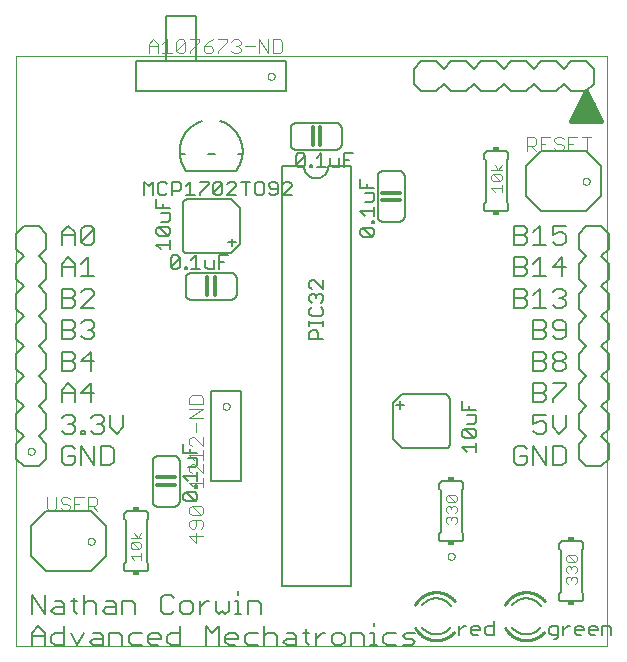
<source format=gto>
G75*
%MOIN*%
%OFA0B0*%
%FSLAX25Y25*%
%IPPOS*%
%LPD*%
%AMOC8*
5,1,8,0,0,1.08239X$1,22.5*
%
%ADD10C,0.00000*%
%ADD11C,0.00400*%
%ADD12C,0.01600*%
%ADD13C,0.00600*%
%ADD14C,0.01200*%
%ADD15C,0.00500*%
%ADD16C,0.00800*%
%ADD17C,0.01000*%
%ADD18R,0.02000X0.01500*%
D10*
X0009867Y0011800D02*
X0009867Y0208650D01*
X0206717Y0208650D01*
X0206717Y0011800D01*
X0009867Y0011800D01*
X0033686Y0046800D02*
X0033688Y0046869D01*
X0033694Y0046937D01*
X0033704Y0047005D01*
X0033718Y0047072D01*
X0033736Y0047139D01*
X0033757Y0047204D01*
X0033783Y0047268D01*
X0033812Y0047330D01*
X0033844Y0047390D01*
X0033880Y0047449D01*
X0033920Y0047505D01*
X0033962Y0047559D01*
X0034008Y0047610D01*
X0034057Y0047659D01*
X0034108Y0047705D01*
X0034162Y0047747D01*
X0034218Y0047787D01*
X0034276Y0047823D01*
X0034337Y0047855D01*
X0034399Y0047884D01*
X0034463Y0047910D01*
X0034528Y0047931D01*
X0034595Y0047949D01*
X0034662Y0047963D01*
X0034730Y0047973D01*
X0034798Y0047979D01*
X0034867Y0047981D01*
X0034936Y0047979D01*
X0035004Y0047973D01*
X0035072Y0047963D01*
X0035139Y0047949D01*
X0035206Y0047931D01*
X0035271Y0047910D01*
X0035335Y0047884D01*
X0035397Y0047855D01*
X0035457Y0047823D01*
X0035516Y0047787D01*
X0035572Y0047747D01*
X0035626Y0047705D01*
X0035677Y0047659D01*
X0035726Y0047610D01*
X0035772Y0047559D01*
X0035814Y0047505D01*
X0035854Y0047449D01*
X0035890Y0047390D01*
X0035922Y0047330D01*
X0035951Y0047268D01*
X0035977Y0047204D01*
X0035998Y0047139D01*
X0036016Y0047072D01*
X0036030Y0047005D01*
X0036040Y0046937D01*
X0036046Y0046869D01*
X0036048Y0046800D01*
X0036046Y0046731D01*
X0036040Y0046663D01*
X0036030Y0046595D01*
X0036016Y0046528D01*
X0035998Y0046461D01*
X0035977Y0046396D01*
X0035951Y0046332D01*
X0035922Y0046270D01*
X0035890Y0046209D01*
X0035854Y0046151D01*
X0035814Y0046095D01*
X0035772Y0046041D01*
X0035726Y0045990D01*
X0035677Y0045941D01*
X0035626Y0045895D01*
X0035572Y0045853D01*
X0035516Y0045813D01*
X0035458Y0045777D01*
X0035397Y0045745D01*
X0035335Y0045716D01*
X0035271Y0045690D01*
X0035206Y0045669D01*
X0035139Y0045651D01*
X0035072Y0045637D01*
X0035004Y0045627D01*
X0034936Y0045621D01*
X0034867Y0045619D01*
X0034798Y0045621D01*
X0034730Y0045627D01*
X0034662Y0045637D01*
X0034595Y0045651D01*
X0034528Y0045669D01*
X0034463Y0045690D01*
X0034399Y0045716D01*
X0034337Y0045745D01*
X0034276Y0045777D01*
X0034218Y0045813D01*
X0034162Y0045853D01*
X0034108Y0045895D01*
X0034057Y0045941D01*
X0034008Y0045990D01*
X0033962Y0046041D01*
X0033920Y0046095D01*
X0033880Y0046151D01*
X0033844Y0046209D01*
X0033812Y0046270D01*
X0033783Y0046332D01*
X0033757Y0046396D01*
X0033736Y0046461D01*
X0033718Y0046528D01*
X0033704Y0046595D01*
X0033694Y0046663D01*
X0033688Y0046731D01*
X0033686Y0046800D01*
X0013686Y0076800D02*
X0013688Y0076869D01*
X0013694Y0076937D01*
X0013704Y0077005D01*
X0013718Y0077072D01*
X0013736Y0077139D01*
X0013757Y0077204D01*
X0013783Y0077268D01*
X0013812Y0077330D01*
X0013844Y0077390D01*
X0013880Y0077449D01*
X0013920Y0077505D01*
X0013962Y0077559D01*
X0014008Y0077610D01*
X0014057Y0077659D01*
X0014108Y0077705D01*
X0014162Y0077747D01*
X0014218Y0077787D01*
X0014276Y0077823D01*
X0014337Y0077855D01*
X0014399Y0077884D01*
X0014463Y0077910D01*
X0014528Y0077931D01*
X0014595Y0077949D01*
X0014662Y0077963D01*
X0014730Y0077973D01*
X0014798Y0077979D01*
X0014867Y0077981D01*
X0014936Y0077979D01*
X0015004Y0077973D01*
X0015072Y0077963D01*
X0015139Y0077949D01*
X0015206Y0077931D01*
X0015271Y0077910D01*
X0015335Y0077884D01*
X0015397Y0077855D01*
X0015457Y0077823D01*
X0015516Y0077787D01*
X0015572Y0077747D01*
X0015626Y0077705D01*
X0015677Y0077659D01*
X0015726Y0077610D01*
X0015772Y0077559D01*
X0015814Y0077505D01*
X0015854Y0077449D01*
X0015890Y0077390D01*
X0015922Y0077330D01*
X0015951Y0077268D01*
X0015977Y0077204D01*
X0015998Y0077139D01*
X0016016Y0077072D01*
X0016030Y0077005D01*
X0016040Y0076937D01*
X0016046Y0076869D01*
X0016048Y0076800D01*
X0016046Y0076731D01*
X0016040Y0076663D01*
X0016030Y0076595D01*
X0016016Y0076528D01*
X0015998Y0076461D01*
X0015977Y0076396D01*
X0015951Y0076332D01*
X0015922Y0076270D01*
X0015890Y0076209D01*
X0015854Y0076151D01*
X0015814Y0076095D01*
X0015772Y0076041D01*
X0015726Y0075990D01*
X0015677Y0075941D01*
X0015626Y0075895D01*
X0015572Y0075853D01*
X0015516Y0075813D01*
X0015458Y0075777D01*
X0015397Y0075745D01*
X0015335Y0075716D01*
X0015271Y0075690D01*
X0015206Y0075669D01*
X0015139Y0075651D01*
X0015072Y0075637D01*
X0015004Y0075627D01*
X0014936Y0075621D01*
X0014867Y0075619D01*
X0014798Y0075621D01*
X0014730Y0075627D01*
X0014662Y0075637D01*
X0014595Y0075651D01*
X0014528Y0075669D01*
X0014463Y0075690D01*
X0014399Y0075716D01*
X0014337Y0075745D01*
X0014276Y0075777D01*
X0014218Y0075813D01*
X0014162Y0075853D01*
X0014108Y0075895D01*
X0014057Y0075941D01*
X0014008Y0075990D01*
X0013962Y0076041D01*
X0013920Y0076095D01*
X0013880Y0076151D01*
X0013844Y0076209D01*
X0013812Y0076270D01*
X0013783Y0076332D01*
X0013757Y0076396D01*
X0013736Y0076461D01*
X0013718Y0076528D01*
X0013704Y0076595D01*
X0013694Y0076663D01*
X0013688Y0076731D01*
X0013686Y0076800D01*
X0078686Y0091800D02*
X0078688Y0091869D01*
X0078694Y0091937D01*
X0078704Y0092005D01*
X0078718Y0092072D01*
X0078736Y0092139D01*
X0078757Y0092204D01*
X0078783Y0092268D01*
X0078812Y0092330D01*
X0078844Y0092390D01*
X0078880Y0092449D01*
X0078920Y0092505D01*
X0078962Y0092559D01*
X0079008Y0092610D01*
X0079057Y0092659D01*
X0079108Y0092705D01*
X0079162Y0092747D01*
X0079218Y0092787D01*
X0079276Y0092823D01*
X0079337Y0092855D01*
X0079399Y0092884D01*
X0079463Y0092910D01*
X0079528Y0092931D01*
X0079595Y0092949D01*
X0079662Y0092963D01*
X0079730Y0092973D01*
X0079798Y0092979D01*
X0079867Y0092981D01*
X0079936Y0092979D01*
X0080004Y0092973D01*
X0080072Y0092963D01*
X0080139Y0092949D01*
X0080206Y0092931D01*
X0080271Y0092910D01*
X0080335Y0092884D01*
X0080397Y0092855D01*
X0080457Y0092823D01*
X0080516Y0092787D01*
X0080572Y0092747D01*
X0080626Y0092705D01*
X0080677Y0092659D01*
X0080726Y0092610D01*
X0080772Y0092559D01*
X0080814Y0092505D01*
X0080854Y0092449D01*
X0080890Y0092390D01*
X0080922Y0092330D01*
X0080951Y0092268D01*
X0080977Y0092204D01*
X0080998Y0092139D01*
X0081016Y0092072D01*
X0081030Y0092005D01*
X0081040Y0091937D01*
X0081046Y0091869D01*
X0081048Y0091800D01*
X0081046Y0091731D01*
X0081040Y0091663D01*
X0081030Y0091595D01*
X0081016Y0091528D01*
X0080998Y0091461D01*
X0080977Y0091396D01*
X0080951Y0091332D01*
X0080922Y0091270D01*
X0080890Y0091209D01*
X0080854Y0091151D01*
X0080814Y0091095D01*
X0080772Y0091041D01*
X0080726Y0090990D01*
X0080677Y0090941D01*
X0080626Y0090895D01*
X0080572Y0090853D01*
X0080516Y0090813D01*
X0080458Y0090777D01*
X0080397Y0090745D01*
X0080335Y0090716D01*
X0080271Y0090690D01*
X0080206Y0090669D01*
X0080139Y0090651D01*
X0080072Y0090637D01*
X0080004Y0090627D01*
X0079936Y0090621D01*
X0079867Y0090619D01*
X0079798Y0090621D01*
X0079730Y0090627D01*
X0079662Y0090637D01*
X0079595Y0090651D01*
X0079528Y0090669D01*
X0079463Y0090690D01*
X0079399Y0090716D01*
X0079337Y0090745D01*
X0079276Y0090777D01*
X0079218Y0090813D01*
X0079162Y0090853D01*
X0079108Y0090895D01*
X0079057Y0090941D01*
X0079008Y0090990D01*
X0078962Y0091041D01*
X0078920Y0091095D01*
X0078880Y0091151D01*
X0078844Y0091209D01*
X0078812Y0091270D01*
X0078783Y0091332D01*
X0078757Y0091396D01*
X0078736Y0091461D01*
X0078718Y0091528D01*
X0078704Y0091595D01*
X0078694Y0091663D01*
X0078688Y0091731D01*
X0078686Y0091800D01*
X0153686Y0041800D02*
X0153688Y0041869D01*
X0153694Y0041937D01*
X0153704Y0042005D01*
X0153718Y0042072D01*
X0153736Y0042139D01*
X0153757Y0042204D01*
X0153783Y0042268D01*
X0153812Y0042330D01*
X0153844Y0042390D01*
X0153880Y0042449D01*
X0153920Y0042505D01*
X0153962Y0042559D01*
X0154008Y0042610D01*
X0154057Y0042659D01*
X0154108Y0042705D01*
X0154162Y0042747D01*
X0154218Y0042787D01*
X0154276Y0042823D01*
X0154337Y0042855D01*
X0154399Y0042884D01*
X0154463Y0042910D01*
X0154528Y0042931D01*
X0154595Y0042949D01*
X0154662Y0042963D01*
X0154730Y0042973D01*
X0154798Y0042979D01*
X0154867Y0042981D01*
X0154936Y0042979D01*
X0155004Y0042973D01*
X0155072Y0042963D01*
X0155139Y0042949D01*
X0155206Y0042931D01*
X0155271Y0042910D01*
X0155335Y0042884D01*
X0155397Y0042855D01*
X0155457Y0042823D01*
X0155516Y0042787D01*
X0155572Y0042747D01*
X0155626Y0042705D01*
X0155677Y0042659D01*
X0155726Y0042610D01*
X0155772Y0042559D01*
X0155814Y0042505D01*
X0155854Y0042449D01*
X0155890Y0042390D01*
X0155922Y0042330D01*
X0155951Y0042268D01*
X0155977Y0042204D01*
X0155998Y0042139D01*
X0156016Y0042072D01*
X0156030Y0042005D01*
X0156040Y0041937D01*
X0156046Y0041869D01*
X0156048Y0041800D01*
X0156046Y0041731D01*
X0156040Y0041663D01*
X0156030Y0041595D01*
X0156016Y0041528D01*
X0155998Y0041461D01*
X0155977Y0041396D01*
X0155951Y0041332D01*
X0155922Y0041270D01*
X0155890Y0041209D01*
X0155854Y0041151D01*
X0155814Y0041095D01*
X0155772Y0041041D01*
X0155726Y0040990D01*
X0155677Y0040941D01*
X0155626Y0040895D01*
X0155572Y0040853D01*
X0155516Y0040813D01*
X0155458Y0040777D01*
X0155397Y0040745D01*
X0155335Y0040716D01*
X0155271Y0040690D01*
X0155206Y0040669D01*
X0155139Y0040651D01*
X0155072Y0040637D01*
X0155004Y0040627D01*
X0154936Y0040621D01*
X0154867Y0040619D01*
X0154798Y0040621D01*
X0154730Y0040627D01*
X0154662Y0040637D01*
X0154595Y0040651D01*
X0154528Y0040669D01*
X0154463Y0040690D01*
X0154399Y0040716D01*
X0154337Y0040745D01*
X0154276Y0040777D01*
X0154218Y0040813D01*
X0154162Y0040853D01*
X0154108Y0040895D01*
X0154057Y0040941D01*
X0154008Y0040990D01*
X0153962Y0041041D01*
X0153920Y0041095D01*
X0153880Y0041151D01*
X0153844Y0041209D01*
X0153812Y0041270D01*
X0153783Y0041332D01*
X0153757Y0041396D01*
X0153736Y0041461D01*
X0153718Y0041528D01*
X0153704Y0041595D01*
X0153694Y0041663D01*
X0153688Y0041731D01*
X0153686Y0041800D01*
X0198686Y0166800D02*
X0198688Y0166869D01*
X0198694Y0166937D01*
X0198704Y0167005D01*
X0198718Y0167072D01*
X0198736Y0167139D01*
X0198757Y0167204D01*
X0198783Y0167268D01*
X0198812Y0167330D01*
X0198844Y0167390D01*
X0198880Y0167449D01*
X0198920Y0167505D01*
X0198962Y0167559D01*
X0199008Y0167610D01*
X0199057Y0167659D01*
X0199108Y0167705D01*
X0199162Y0167747D01*
X0199218Y0167787D01*
X0199276Y0167823D01*
X0199337Y0167855D01*
X0199399Y0167884D01*
X0199463Y0167910D01*
X0199528Y0167931D01*
X0199595Y0167949D01*
X0199662Y0167963D01*
X0199730Y0167973D01*
X0199798Y0167979D01*
X0199867Y0167981D01*
X0199936Y0167979D01*
X0200004Y0167973D01*
X0200072Y0167963D01*
X0200139Y0167949D01*
X0200206Y0167931D01*
X0200271Y0167910D01*
X0200335Y0167884D01*
X0200397Y0167855D01*
X0200457Y0167823D01*
X0200516Y0167787D01*
X0200572Y0167747D01*
X0200626Y0167705D01*
X0200677Y0167659D01*
X0200726Y0167610D01*
X0200772Y0167559D01*
X0200814Y0167505D01*
X0200854Y0167449D01*
X0200890Y0167390D01*
X0200922Y0167330D01*
X0200951Y0167268D01*
X0200977Y0167204D01*
X0200998Y0167139D01*
X0201016Y0167072D01*
X0201030Y0167005D01*
X0201040Y0166937D01*
X0201046Y0166869D01*
X0201048Y0166800D01*
X0201046Y0166731D01*
X0201040Y0166663D01*
X0201030Y0166595D01*
X0201016Y0166528D01*
X0200998Y0166461D01*
X0200977Y0166396D01*
X0200951Y0166332D01*
X0200922Y0166270D01*
X0200890Y0166209D01*
X0200854Y0166151D01*
X0200814Y0166095D01*
X0200772Y0166041D01*
X0200726Y0165990D01*
X0200677Y0165941D01*
X0200626Y0165895D01*
X0200572Y0165853D01*
X0200516Y0165813D01*
X0200458Y0165777D01*
X0200397Y0165745D01*
X0200335Y0165716D01*
X0200271Y0165690D01*
X0200206Y0165669D01*
X0200139Y0165651D01*
X0200072Y0165637D01*
X0200004Y0165627D01*
X0199936Y0165621D01*
X0199867Y0165619D01*
X0199798Y0165621D01*
X0199730Y0165627D01*
X0199662Y0165637D01*
X0199595Y0165651D01*
X0199528Y0165669D01*
X0199463Y0165690D01*
X0199399Y0165716D01*
X0199337Y0165745D01*
X0199276Y0165777D01*
X0199218Y0165813D01*
X0199162Y0165853D01*
X0199108Y0165895D01*
X0199057Y0165941D01*
X0199008Y0165990D01*
X0198962Y0166041D01*
X0198920Y0166095D01*
X0198880Y0166151D01*
X0198844Y0166209D01*
X0198812Y0166270D01*
X0198783Y0166332D01*
X0198757Y0166396D01*
X0198736Y0166461D01*
X0198718Y0166528D01*
X0198704Y0166595D01*
X0198694Y0166663D01*
X0198688Y0166731D01*
X0198686Y0166800D01*
X0093686Y0201800D02*
X0093688Y0201869D01*
X0093694Y0201937D01*
X0093704Y0202005D01*
X0093718Y0202072D01*
X0093736Y0202139D01*
X0093757Y0202204D01*
X0093783Y0202268D01*
X0093812Y0202330D01*
X0093844Y0202390D01*
X0093880Y0202449D01*
X0093920Y0202505D01*
X0093962Y0202559D01*
X0094008Y0202610D01*
X0094057Y0202659D01*
X0094108Y0202705D01*
X0094162Y0202747D01*
X0094218Y0202787D01*
X0094276Y0202823D01*
X0094337Y0202855D01*
X0094399Y0202884D01*
X0094463Y0202910D01*
X0094528Y0202931D01*
X0094595Y0202949D01*
X0094662Y0202963D01*
X0094730Y0202973D01*
X0094798Y0202979D01*
X0094867Y0202981D01*
X0094936Y0202979D01*
X0095004Y0202973D01*
X0095072Y0202963D01*
X0095139Y0202949D01*
X0095206Y0202931D01*
X0095271Y0202910D01*
X0095335Y0202884D01*
X0095397Y0202855D01*
X0095457Y0202823D01*
X0095516Y0202787D01*
X0095572Y0202747D01*
X0095626Y0202705D01*
X0095677Y0202659D01*
X0095726Y0202610D01*
X0095772Y0202559D01*
X0095814Y0202505D01*
X0095854Y0202449D01*
X0095890Y0202390D01*
X0095922Y0202330D01*
X0095951Y0202268D01*
X0095977Y0202204D01*
X0095998Y0202139D01*
X0096016Y0202072D01*
X0096030Y0202005D01*
X0096040Y0201937D01*
X0096046Y0201869D01*
X0096048Y0201800D01*
X0096046Y0201731D01*
X0096040Y0201663D01*
X0096030Y0201595D01*
X0096016Y0201528D01*
X0095998Y0201461D01*
X0095977Y0201396D01*
X0095951Y0201332D01*
X0095922Y0201270D01*
X0095890Y0201209D01*
X0095854Y0201151D01*
X0095814Y0201095D01*
X0095772Y0201041D01*
X0095726Y0200990D01*
X0095677Y0200941D01*
X0095626Y0200895D01*
X0095572Y0200853D01*
X0095516Y0200813D01*
X0095458Y0200777D01*
X0095397Y0200745D01*
X0095335Y0200716D01*
X0095271Y0200690D01*
X0095206Y0200669D01*
X0095139Y0200651D01*
X0095072Y0200637D01*
X0095004Y0200627D01*
X0094936Y0200621D01*
X0094867Y0200619D01*
X0094798Y0200621D01*
X0094730Y0200627D01*
X0094662Y0200637D01*
X0094595Y0200651D01*
X0094528Y0200669D01*
X0094463Y0200690D01*
X0094399Y0200716D01*
X0094337Y0200745D01*
X0094276Y0200777D01*
X0094218Y0200813D01*
X0094162Y0200853D01*
X0094108Y0200895D01*
X0094057Y0200941D01*
X0094008Y0200990D01*
X0093962Y0201041D01*
X0093920Y0201095D01*
X0093880Y0201151D01*
X0093844Y0201209D01*
X0093812Y0201270D01*
X0093783Y0201332D01*
X0093757Y0201396D01*
X0093736Y0201461D01*
X0093718Y0201528D01*
X0093704Y0201595D01*
X0093694Y0201663D01*
X0093688Y0201731D01*
X0093686Y0201800D01*
D11*
X0093928Y0209500D02*
X0093928Y0214104D01*
X0095463Y0214104D02*
X0097765Y0214104D01*
X0098532Y0213337D01*
X0098532Y0210267D01*
X0097765Y0209500D01*
X0095463Y0209500D01*
X0095463Y0214104D01*
X0090859Y0214104D02*
X0090859Y0209500D01*
X0089324Y0211802D02*
X0086255Y0211802D01*
X0084720Y0212569D02*
X0083953Y0211802D01*
X0084720Y0211035D01*
X0084720Y0210267D01*
X0083953Y0209500D01*
X0082418Y0209500D01*
X0081651Y0210267D01*
X0083185Y0211802D02*
X0083953Y0211802D01*
X0084720Y0212569D02*
X0084720Y0213337D01*
X0083953Y0214104D01*
X0082418Y0214104D01*
X0081651Y0213337D01*
X0080116Y0213337D02*
X0077047Y0210267D01*
X0077047Y0209500D01*
X0075512Y0210267D02*
X0075512Y0211035D01*
X0074745Y0211802D01*
X0072443Y0211802D01*
X0072443Y0210267D01*
X0073210Y0209500D01*
X0074745Y0209500D01*
X0075512Y0210267D01*
X0073978Y0213337D02*
X0072443Y0211802D01*
X0070908Y0213337D02*
X0067839Y0210267D01*
X0067839Y0209500D01*
X0066304Y0210267D02*
X0065537Y0209500D01*
X0064002Y0209500D01*
X0063235Y0210267D01*
X0066304Y0213337D01*
X0066304Y0210267D01*
X0066304Y0213337D02*
X0065537Y0214104D01*
X0064002Y0214104D01*
X0063235Y0213337D01*
X0063235Y0210267D01*
X0061701Y0209500D02*
X0058631Y0209500D01*
X0057097Y0209500D02*
X0057097Y0212569D01*
X0055562Y0214104D01*
X0054027Y0212569D01*
X0054027Y0209500D01*
X0054027Y0211802D02*
X0057097Y0211802D01*
X0058631Y0212569D02*
X0060166Y0214104D01*
X0060166Y0209500D01*
X0067839Y0214104D02*
X0070908Y0214104D01*
X0070908Y0213337D01*
X0073978Y0213337D02*
X0075512Y0214104D01*
X0077047Y0214104D02*
X0080116Y0214104D01*
X0080116Y0213337D01*
X0090859Y0214104D02*
X0093928Y0209500D01*
X0168164Y0170407D02*
X0171667Y0170407D01*
X0170499Y0170407D02*
X0169331Y0172159D01*
X0170499Y0170407D02*
X0171667Y0172159D01*
X0171083Y0169152D02*
X0168748Y0169152D01*
X0171083Y0166816D01*
X0171667Y0167400D01*
X0171667Y0168568D01*
X0171083Y0169152D01*
X0168748Y0169152D02*
X0168164Y0168568D01*
X0168164Y0167400D01*
X0168748Y0166816D01*
X0171083Y0166816D01*
X0171667Y0165561D02*
X0171667Y0163225D01*
X0171667Y0164393D02*
X0168164Y0164393D01*
X0169331Y0163225D01*
X0180067Y0177000D02*
X0180067Y0181604D01*
X0182369Y0181604D01*
X0183136Y0180837D01*
X0183136Y0179302D01*
X0182369Y0178535D01*
X0180067Y0178535D01*
X0181601Y0178535D02*
X0183136Y0177000D01*
X0184671Y0177000D02*
X0187740Y0177000D01*
X0189275Y0177767D02*
X0190042Y0177000D01*
X0191576Y0177000D01*
X0192344Y0177767D01*
X0192344Y0178535D01*
X0191576Y0179302D01*
X0190042Y0179302D01*
X0189275Y0180069D01*
X0189275Y0180837D01*
X0190042Y0181604D01*
X0191576Y0181604D01*
X0192344Y0180837D01*
X0193878Y0181604D02*
X0193878Y0177000D01*
X0196948Y0177000D01*
X0195413Y0179302D02*
X0193878Y0179302D01*
X0193878Y0181604D02*
X0196948Y0181604D01*
X0198482Y0181604D02*
X0201552Y0181604D01*
X0200017Y0181604D02*
X0200017Y0177000D01*
X0187740Y0181604D02*
X0184671Y0181604D01*
X0184671Y0177000D01*
X0184671Y0179302D02*
X0186205Y0179302D01*
X0072167Y0094698D02*
X0072167Y0092396D01*
X0067563Y0092396D01*
X0067563Y0094698D01*
X0068330Y0095465D01*
X0071399Y0095465D01*
X0072167Y0094698D01*
X0072167Y0090861D02*
X0067563Y0090861D01*
X0067563Y0087792D02*
X0072167Y0090861D01*
X0072167Y0087792D02*
X0067563Y0087792D01*
X0069865Y0086257D02*
X0069865Y0083188D01*
X0069097Y0081653D02*
X0068330Y0081653D01*
X0067563Y0080886D01*
X0067563Y0079352D01*
X0068330Y0078584D01*
X0069097Y0081653D02*
X0072167Y0078584D01*
X0072167Y0081653D01*
X0072167Y0077050D02*
X0072167Y0073980D01*
X0072167Y0072446D02*
X0072167Y0069376D01*
X0069097Y0072446D01*
X0068330Y0072446D01*
X0067563Y0071678D01*
X0067563Y0070144D01*
X0068330Y0069376D01*
X0072167Y0067842D02*
X0072167Y0064772D01*
X0072167Y0066307D02*
X0067563Y0066307D01*
X0069097Y0064772D01*
X0069865Y0063238D02*
X0069865Y0060168D01*
X0071399Y0058634D02*
X0068330Y0058634D01*
X0071399Y0055565D01*
X0072167Y0056332D01*
X0072167Y0057867D01*
X0071399Y0058634D01*
X0068330Y0058634D02*
X0067563Y0057867D01*
X0067563Y0056332D01*
X0068330Y0055565D01*
X0071399Y0055565D01*
X0071399Y0054030D02*
X0068330Y0054030D01*
X0067563Y0053263D01*
X0067563Y0051728D01*
X0068330Y0050961D01*
X0069097Y0050961D01*
X0069865Y0051728D01*
X0069865Y0054030D01*
X0071399Y0054030D02*
X0072167Y0053263D01*
X0072167Y0051728D01*
X0071399Y0050961D01*
X0069865Y0049426D02*
X0069865Y0046357D01*
X0067563Y0048659D01*
X0072167Y0048659D01*
X0051567Y0049534D02*
X0050399Y0047782D01*
X0049231Y0049534D01*
X0048064Y0047782D02*
X0051567Y0047782D01*
X0050983Y0046526D02*
X0048648Y0046526D01*
X0050983Y0044191D01*
X0051567Y0044775D01*
X0051567Y0045943D01*
X0050983Y0046526D01*
X0050983Y0044191D02*
X0048648Y0044191D01*
X0048064Y0044775D01*
X0048064Y0045943D01*
X0048648Y0046526D01*
X0051567Y0042935D02*
X0051567Y0040600D01*
X0051567Y0041768D02*
X0048064Y0041768D01*
X0049231Y0040600D01*
X0036948Y0057000D02*
X0035413Y0058535D01*
X0036180Y0058535D02*
X0033878Y0058535D01*
X0033878Y0057000D02*
X0033878Y0061604D01*
X0036180Y0061604D01*
X0036948Y0060837D01*
X0036948Y0059302D01*
X0036180Y0058535D01*
X0032344Y0057000D02*
X0029275Y0057000D01*
X0029275Y0061604D01*
X0032344Y0061604D01*
X0030809Y0059302D02*
X0029275Y0059302D01*
X0027740Y0058535D02*
X0027740Y0057767D01*
X0026973Y0057000D01*
X0025438Y0057000D01*
X0024671Y0057767D01*
X0023136Y0057767D02*
X0023136Y0061604D01*
X0024671Y0060837D02*
X0024671Y0060069D01*
X0025438Y0059302D01*
X0026973Y0059302D01*
X0027740Y0058535D01*
X0027740Y0060837D02*
X0026973Y0061604D01*
X0025438Y0061604D01*
X0024671Y0060837D01*
X0023136Y0057767D02*
X0022369Y0057000D01*
X0020834Y0057000D01*
X0020067Y0057767D01*
X0020067Y0061604D01*
X0067563Y0075515D02*
X0072167Y0075515D01*
X0069097Y0073980D02*
X0067563Y0075515D01*
X0153164Y0061560D02*
X0153748Y0062144D01*
X0156083Y0059809D01*
X0156667Y0060393D01*
X0156667Y0061560D01*
X0156083Y0062144D01*
X0153748Y0062144D01*
X0153164Y0061560D02*
X0153164Y0060393D01*
X0153748Y0059809D01*
X0156083Y0059809D01*
X0156083Y0058553D02*
X0156667Y0057969D01*
X0156667Y0056802D01*
X0156083Y0056218D01*
X0156083Y0054962D02*
X0156667Y0054378D01*
X0156667Y0053211D01*
X0156083Y0052627D01*
X0154915Y0053794D02*
X0154915Y0054378D01*
X0155499Y0054962D01*
X0156083Y0054962D01*
X0154915Y0054378D02*
X0154331Y0054962D01*
X0153748Y0054962D01*
X0153164Y0054378D01*
X0153164Y0053211D01*
X0153748Y0052627D01*
X0153748Y0056218D02*
X0153164Y0056802D01*
X0153164Y0057969D01*
X0153748Y0058553D01*
X0154331Y0058553D01*
X0154915Y0057969D01*
X0155499Y0058553D01*
X0156083Y0058553D01*
X0154915Y0057969D02*
X0154915Y0057386D01*
X0193164Y0041560D02*
X0193748Y0042144D01*
X0196083Y0039809D01*
X0196667Y0040393D01*
X0196667Y0041560D01*
X0196083Y0042144D01*
X0193748Y0042144D01*
X0193164Y0041560D02*
X0193164Y0040393D01*
X0193748Y0039809D01*
X0196083Y0039809D01*
X0196083Y0038553D02*
X0196667Y0037969D01*
X0196667Y0036802D01*
X0196083Y0036218D01*
X0196083Y0034962D02*
X0196667Y0034378D01*
X0196667Y0033211D01*
X0196083Y0032627D01*
X0194915Y0033794D02*
X0194915Y0034378D01*
X0195499Y0034962D01*
X0196083Y0034962D01*
X0194915Y0034378D02*
X0194331Y0034962D01*
X0193748Y0034962D01*
X0193164Y0034378D01*
X0193164Y0033211D01*
X0193748Y0032627D01*
X0193748Y0036218D02*
X0193164Y0036802D01*
X0193164Y0037969D01*
X0193748Y0038553D01*
X0194331Y0038553D01*
X0194915Y0037969D01*
X0195499Y0038553D01*
X0196083Y0038553D01*
X0194915Y0037969D02*
X0194915Y0037386D01*
D12*
X0194867Y0186800D02*
X0204867Y0186800D01*
X0199867Y0196800D01*
X0194867Y0186800D01*
X0195285Y0187636D02*
X0204449Y0187636D01*
X0203649Y0189235D02*
X0196084Y0189235D01*
X0196883Y0190833D02*
X0202850Y0190833D01*
X0202051Y0192432D02*
X0197683Y0192432D01*
X0198482Y0194030D02*
X0201252Y0194030D01*
X0200452Y0195629D02*
X0199281Y0195629D01*
D13*
X0173867Y0175800D02*
X0173867Y0174300D01*
X0173367Y0173800D01*
X0173367Y0159800D01*
X0173867Y0159300D01*
X0173867Y0157800D01*
X0173865Y0157740D01*
X0173860Y0157679D01*
X0173851Y0157620D01*
X0173838Y0157561D01*
X0173822Y0157502D01*
X0173802Y0157445D01*
X0173779Y0157390D01*
X0173752Y0157335D01*
X0173723Y0157283D01*
X0173690Y0157232D01*
X0173654Y0157183D01*
X0173616Y0157137D01*
X0173574Y0157093D01*
X0173530Y0157051D01*
X0173484Y0157013D01*
X0173435Y0156977D01*
X0173384Y0156944D01*
X0173332Y0156915D01*
X0173277Y0156888D01*
X0173222Y0156865D01*
X0173165Y0156845D01*
X0173106Y0156829D01*
X0173047Y0156816D01*
X0172988Y0156807D01*
X0172927Y0156802D01*
X0172867Y0156800D01*
X0166867Y0156800D01*
X0166807Y0156802D01*
X0166746Y0156807D01*
X0166687Y0156816D01*
X0166628Y0156829D01*
X0166569Y0156845D01*
X0166512Y0156865D01*
X0166457Y0156888D01*
X0166402Y0156915D01*
X0166350Y0156944D01*
X0166299Y0156977D01*
X0166250Y0157013D01*
X0166204Y0157051D01*
X0166160Y0157093D01*
X0166118Y0157137D01*
X0166080Y0157183D01*
X0166044Y0157232D01*
X0166011Y0157283D01*
X0165982Y0157335D01*
X0165955Y0157390D01*
X0165932Y0157445D01*
X0165912Y0157502D01*
X0165896Y0157561D01*
X0165883Y0157620D01*
X0165874Y0157679D01*
X0165869Y0157740D01*
X0165867Y0157800D01*
X0165867Y0159300D01*
X0166367Y0159800D01*
X0166367Y0173800D01*
X0165867Y0174300D01*
X0165867Y0175800D01*
X0165869Y0175860D01*
X0165874Y0175921D01*
X0165883Y0175980D01*
X0165896Y0176039D01*
X0165912Y0176098D01*
X0165932Y0176155D01*
X0165955Y0176210D01*
X0165982Y0176265D01*
X0166011Y0176317D01*
X0166044Y0176368D01*
X0166080Y0176417D01*
X0166118Y0176463D01*
X0166160Y0176507D01*
X0166204Y0176549D01*
X0166250Y0176587D01*
X0166299Y0176623D01*
X0166350Y0176656D01*
X0166402Y0176685D01*
X0166457Y0176712D01*
X0166512Y0176735D01*
X0166569Y0176755D01*
X0166628Y0176771D01*
X0166687Y0176784D01*
X0166746Y0176793D01*
X0166807Y0176798D01*
X0166867Y0176800D01*
X0172867Y0176800D01*
X0172927Y0176798D01*
X0172988Y0176793D01*
X0173047Y0176784D01*
X0173106Y0176771D01*
X0173165Y0176755D01*
X0173222Y0176735D01*
X0173277Y0176712D01*
X0173332Y0176685D01*
X0173384Y0176656D01*
X0173435Y0176623D01*
X0173484Y0176587D01*
X0173530Y0176549D01*
X0173574Y0176507D01*
X0173616Y0176463D01*
X0173654Y0176417D01*
X0173690Y0176368D01*
X0173723Y0176317D01*
X0173752Y0176265D01*
X0173779Y0176210D01*
X0173802Y0176155D01*
X0173822Y0176098D01*
X0173838Y0176039D01*
X0173851Y0175980D01*
X0173860Y0175921D01*
X0173865Y0175860D01*
X0173867Y0175800D01*
X0175830Y0152005D02*
X0179033Y0152005D01*
X0180100Y0150938D01*
X0180100Y0149870D01*
X0179033Y0148803D01*
X0175830Y0148803D01*
X0175830Y0152005D02*
X0175830Y0145600D01*
X0179033Y0145600D01*
X0180100Y0146668D01*
X0180100Y0147735D01*
X0179033Y0148803D01*
X0182276Y0149870D02*
X0184411Y0152005D01*
X0184411Y0145600D01*
X0182276Y0145600D02*
X0186546Y0145600D01*
X0188721Y0146668D02*
X0189789Y0145600D01*
X0191924Y0145600D01*
X0192991Y0146668D01*
X0192991Y0148803D01*
X0191924Y0149870D01*
X0190856Y0149870D01*
X0188721Y0148803D01*
X0188721Y0152005D01*
X0192991Y0152005D01*
X0191924Y0141505D02*
X0188721Y0138303D01*
X0192991Y0138303D01*
X0191924Y0141505D02*
X0191924Y0135100D01*
X0191924Y0131005D02*
X0189789Y0131005D01*
X0188721Y0129938D01*
X0190856Y0127803D02*
X0191924Y0127803D01*
X0192991Y0126735D01*
X0192991Y0125668D01*
X0191924Y0124600D01*
X0189789Y0124600D01*
X0188721Y0125668D01*
X0186546Y0124600D02*
X0182276Y0124600D01*
X0184411Y0124600D02*
X0184411Y0131005D01*
X0182276Y0128870D01*
X0180100Y0128870D02*
X0180100Y0129938D01*
X0179033Y0131005D01*
X0175830Y0131005D01*
X0175830Y0124600D01*
X0179033Y0124600D01*
X0180100Y0125668D01*
X0180100Y0126735D01*
X0179033Y0127803D01*
X0175830Y0127803D01*
X0179033Y0127803D02*
X0180100Y0128870D01*
X0179033Y0135100D02*
X0175830Y0135100D01*
X0175830Y0141505D01*
X0179033Y0141505D01*
X0180100Y0140438D01*
X0180100Y0139370D01*
X0179033Y0138303D01*
X0175830Y0138303D01*
X0179033Y0138303D02*
X0180100Y0137235D01*
X0180100Y0136168D01*
X0179033Y0135100D01*
X0182276Y0135100D02*
X0186546Y0135100D01*
X0184411Y0135100D02*
X0184411Y0141505D01*
X0182276Y0139370D01*
X0191924Y0131005D02*
X0192991Y0129938D01*
X0192991Y0128870D01*
X0191924Y0127803D01*
X0191924Y0120505D02*
X0189789Y0120505D01*
X0188721Y0119438D01*
X0188721Y0118370D01*
X0189789Y0117303D01*
X0192991Y0117303D01*
X0192991Y0119438D02*
X0191924Y0120505D01*
X0192991Y0119438D02*
X0192991Y0115168D01*
X0191924Y0114100D01*
X0189789Y0114100D01*
X0188721Y0115168D01*
X0186546Y0115168D02*
X0185478Y0114100D01*
X0182276Y0114100D01*
X0182276Y0120505D01*
X0185478Y0120505D01*
X0186546Y0119438D01*
X0186546Y0118370D01*
X0185478Y0117303D01*
X0182276Y0117303D01*
X0185478Y0117303D02*
X0186546Y0116235D01*
X0186546Y0115168D01*
X0185478Y0110005D02*
X0182276Y0110005D01*
X0182276Y0103600D01*
X0185478Y0103600D01*
X0186546Y0104668D01*
X0186546Y0105735D01*
X0185478Y0106803D01*
X0182276Y0106803D01*
X0185478Y0106803D02*
X0186546Y0107870D01*
X0186546Y0108938D01*
X0185478Y0110005D01*
X0188721Y0108938D02*
X0188721Y0107870D01*
X0189789Y0106803D01*
X0191924Y0106803D01*
X0192991Y0105735D01*
X0192991Y0104668D01*
X0191924Y0103600D01*
X0189789Y0103600D01*
X0188721Y0104668D01*
X0188721Y0105735D01*
X0189789Y0106803D01*
X0191924Y0106803D02*
X0192991Y0107870D01*
X0192991Y0108938D01*
X0191924Y0110005D01*
X0189789Y0110005D01*
X0188721Y0108938D01*
X0188721Y0099505D02*
X0192991Y0099505D01*
X0192991Y0098438D01*
X0188721Y0094168D01*
X0188721Y0093100D01*
X0186546Y0094168D02*
X0185478Y0093100D01*
X0182276Y0093100D01*
X0182276Y0099505D01*
X0185478Y0099505D01*
X0186546Y0098438D01*
X0186546Y0097370D01*
X0185478Y0096303D01*
X0182276Y0096303D01*
X0185478Y0096303D02*
X0186546Y0095235D01*
X0186546Y0094168D01*
X0186546Y0089005D02*
X0182276Y0089005D01*
X0182276Y0085803D01*
X0184411Y0086870D01*
X0185478Y0086870D01*
X0186546Y0085803D01*
X0186546Y0083668D01*
X0185478Y0082600D01*
X0183343Y0082600D01*
X0182276Y0083668D01*
X0182276Y0078505D02*
X0186546Y0072100D01*
X0186546Y0078505D01*
X0188721Y0078505D02*
X0191924Y0078505D01*
X0192991Y0077438D01*
X0192991Y0073168D01*
X0191924Y0072100D01*
X0188721Y0072100D01*
X0188721Y0078505D01*
X0190856Y0082600D02*
X0192991Y0084735D01*
X0192991Y0089005D01*
X0188721Y0089005D02*
X0188721Y0084735D01*
X0190856Y0082600D01*
X0182276Y0078505D02*
X0182276Y0072100D01*
X0180100Y0073168D02*
X0180100Y0075303D01*
X0177965Y0075303D01*
X0175830Y0077438D02*
X0175830Y0073168D01*
X0176898Y0072100D01*
X0179033Y0072100D01*
X0180100Y0073168D01*
X0180100Y0077438D02*
X0179033Y0078505D01*
X0176898Y0078505D01*
X0175830Y0077438D01*
X0158867Y0065800D02*
X0158867Y0064300D01*
X0158367Y0063800D01*
X0158367Y0049800D01*
X0158867Y0049300D01*
X0158867Y0047800D01*
X0158865Y0047740D01*
X0158860Y0047679D01*
X0158851Y0047620D01*
X0158838Y0047561D01*
X0158822Y0047502D01*
X0158802Y0047445D01*
X0158779Y0047390D01*
X0158752Y0047335D01*
X0158723Y0047283D01*
X0158690Y0047232D01*
X0158654Y0047183D01*
X0158616Y0047137D01*
X0158574Y0047093D01*
X0158530Y0047051D01*
X0158484Y0047013D01*
X0158435Y0046977D01*
X0158384Y0046944D01*
X0158332Y0046915D01*
X0158277Y0046888D01*
X0158222Y0046865D01*
X0158165Y0046845D01*
X0158106Y0046829D01*
X0158047Y0046816D01*
X0157988Y0046807D01*
X0157927Y0046802D01*
X0157867Y0046800D01*
X0151867Y0046800D01*
X0151807Y0046802D01*
X0151746Y0046807D01*
X0151687Y0046816D01*
X0151628Y0046829D01*
X0151569Y0046845D01*
X0151512Y0046865D01*
X0151457Y0046888D01*
X0151402Y0046915D01*
X0151350Y0046944D01*
X0151299Y0046977D01*
X0151250Y0047013D01*
X0151204Y0047051D01*
X0151160Y0047093D01*
X0151118Y0047137D01*
X0151080Y0047183D01*
X0151044Y0047232D01*
X0151011Y0047283D01*
X0150982Y0047335D01*
X0150955Y0047390D01*
X0150932Y0047445D01*
X0150912Y0047502D01*
X0150896Y0047561D01*
X0150883Y0047620D01*
X0150874Y0047679D01*
X0150869Y0047740D01*
X0150867Y0047800D01*
X0150867Y0049300D01*
X0151367Y0049800D01*
X0151367Y0063800D01*
X0150867Y0064300D01*
X0150867Y0065800D01*
X0150869Y0065860D01*
X0150874Y0065921D01*
X0150883Y0065980D01*
X0150896Y0066039D01*
X0150912Y0066098D01*
X0150932Y0066155D01*
X0150955Y0066210D01*
X0150982Y0066265D01*
X0151011Y0066317D01*
X0151044Y0066368D01*
X0151080Y0066417D01*
X0151118Y0066463D01*
X0151160Y0066507D01*
X0151204Y0066549D01*
X0151250Y0066587D01*
X0151299Y0066623D01*
X0151350Y0066656D01*
X0151402Y0066685D01*
X0151457Y0066712D01*
X0151512Y0066735D01*
X0151569Y0066755D01*
X0151628Y0066771D01*
X0151687Y0066784D01*
X0151746Y0066793D01*
X0151807Y0066798D01*
X0151867Y0066800D01*
X0157867Y0066800D01*
X0157927Y0066798D01*
X0157988Y0066793D01*
X0158047Y0066784D01*
X0158106Y0066771D01*
X0158165Y0066755D01*
X0158222Y0066735D01*
X0158277Y0066712D01*
X0158332Y0066685D01*
X0158384Y0066656D01*
X0158435Y0066623D01*
X0158484Y0066587D01*
X0158530Y0066549D01*
X0158574Y0066507D01*
X0158616Y0066463D01*
X0158654Y0066417D01*
X0158690Y0066368D01*
X0158723Y0066317D01*
X0158752Y0066265D01*
X0158779Y0066210D01*
X0158802Y0066155D01*
X0158822Y0066098D01*
X0158838Y0066039D01*
X0158851Y0065980D01*
X0158860Y0065921D01*
X0158865Y0065860D01*
X0158867Y0065800D01*
X0152867Y0077800D02*
X0138367Y0077800D01*
X0135367Y0080800D01*
X0135367Y0092800D01*
X0138367Y0095800D01*
X0152867Y0095800D01*
X0152943Y0095798D01*
X0153019Y0095792D01*
X0153094Y0095783D01*
X0153169Y0095769D01*
X0153243Y0095752D01*
X0153316Y0095731D01*
X0153388Y0095707D01*
X0153459Y0095678D01*
X0153528Y0095647D01*
X0153595Y0095612D01*
X0153660Y0095573D01*
X0153724Y0095531D01*
X0153785Y0095486D01*
X0153844Y0095438D01*
X0153900Y0095387D01*
X0153954Y0095333D01*
X0154005Y0095277D01*
X0154053Y0095218D01*
X0154098Y0095157D01*
X0154140Y0095093D01*
X0154179Y0095028D01*
X0154214Y0094961D01*
X0154245Y0094892D01*
X0154274Y0094821D01*
X0154298Y0094749D01*
X0154319Y0094676D01*
X0154336Y0094602D01*
X0154350Y0094527D01*
X0154359Y0094452D01*
X0154365Y0094376D01*
X0154367Y0094300D01*
X0154367Y0079300D01*
X0154365Y0079224D01*
X0154359Y0079148D01*
X0154350Y0079073D01*
X0154336Y0078998D01*
X0154319Y0078924D01*
X0154298Y0078851D01*
X0154274Y0078779D01*
X0154245Y0078708D01*
X0154214Y0078639D01*
X0154179Y0078572D01*
X0154140Y0078507D01*
X0154098Y0078443D01*
X0154053Y0078382D01*
X0154005Y0078323D01*
X0153954Y0078267D01*
X0153900Y0078213D01*
X0153844Y0078162D01*
X0153785Y0078114D01*
X0153724Y0078069D01*
X0153660Y0078027D01*
X0153595Y0077988D01*
X0153528Y0077953D01*
X0153459Y0077922D01*
X0153388Y0077893D01*
X0153316Y0077869D01*
X0153243Y0077848D01*
X0153169Y0077831D01*
X0153094Y0077817D01*
X0153019Y0077808D01*
X0152943Y0077802D01*
X0152867Y0077800D01*
X0139167Y0092200D02*
X0136567Y0092200D01*
X0137867Y0093400D02*
X0137867Y0090900D01*
X0083367Y0129300D02*
X0083367Y0134300D01*
X0083365Y0134387D01*
X0083359Y0134474D01*
X0083350Y0134561D01*
X0083337Y0134647D01*
X0083320Y0134733D01*
X0083299Y0134818D01*
X0083274Y0134901D01*
X0083246Y0134984D01*
X0083215Y0135065D01*
X0083180Y0135145D01*
X0083141Y0135223D01*
X0083099Y0135300D01*
X0083054Y0135375D01*
X0083005Y0135447D01*
X0082954Y0135518D01*
X0082899Y0135586D01*
X0082842Y0135651D01*
X0082781Y0135714D01*
X0082718Y0135775D01*
X0082653Y0135832D01*
X0082585Y0135887D01*
X0082514Y0135938D01*
X0082442Y0135987D01*
X0082367Y0136032D01*
X0082290Y0136074D01*
X0082212Y0136113D01*
X0082132Y0136148D01*
X0082051Y0136179D01*
X0081968Y0136207D01*
X0081885Y0136232D01*
X0081800Y0136253D01*
X0081714Y0136270D01*
X0081628Y0136283D01*
X0081541Y0136292D01*
X0081454Y0136298D01*
X0081367Y0136300D01*
X0068367Y0136300D01*
X0068280Y0136298D01*
X0068193Y0136292D01*
X0068106Y0136283D01*
X0068020Y0136270D01*
X0067934Y0136253D01*
X0067849Y0136232D01*
X0067766Y0136207D01*
X0067683Y0136179D01*
X0067602Y0136148D01*
X0067522Y0136113D01*
X0067444Y0136074D01*
X0067367Y0136032D01*
X0067292Y0135987D01*
X0067220Y0135938D01*
X0067149Y0135887D01*
X0067081Y0135832D01*
X0067016Y0135775D01*
X0066953Y0135714D01*
X0066892Y0135651D01*
X0066835Y0135586D01*
X0066780Y0135518D01*
X0066729Y0135447D01*
X0066680Y0135375D01*
X0066635Y0135300D01*
X0066593Y0135223D01*
X0066554Y0135145D01*
X0066519Y0135065D01*
X0066488Y0134984D01*
X0066460Y0134901D01*
X0066435Y0134818D01*
X0066414Y0134733D01*
X0066397Y0134647D01*
X0066384Y0134561D01*
X0066375Y0134474D01*
X0066369Y0134387D01*
X0066367Y0134300D01*
X0066367Y0129300D01*
X0066369Y0129213D01*
X0066375Y0129126D01*
X0066384Y0129039D01*
X0066397Y0128953D01*
X0066414Y0128867D01*
X0066435Y0128782D01*
X0066460Y0128699D01*
X0066488Y0128616D01*
X0066519Y0128535D01*
X0066554Y0128455D01*
X0066593Y0128377D01*
X0066635Y0128300D01*
X0066680Y0128225D01*
X0066729Y0128153D01*
X0066780Y0128082D01*
X0066835Y0128014D01*
X0066892Y0127949D01*
X0066953Y0127886D01*
X0067016Y0127825D01*
X0067081Y0127768D01*
X0067149Y0127713D01*
X0067220Y0127662D01*
X0067292Y0127613D01*
X0067367Y0127568D01*
X0067444Y0127526D01*
X0067522Y0127487D01*
X0067602Y0127452D01*
X0067683Y0127421D01*
X0067766Y0127393D01*
X0067849Y0127368D01*
X0067934Y0127347D01*
X0068020Y0127330D01*
X0068106Y0127317D01*
X0068193Y0127308D01*
X0068280Y0127302D01*
X0068367Y0127300D01*
X0081367Y0127300D01*
X0081454Y0127302D01*
X0081541Y0127308D01*
X0081628Y0127317D01*
X0081714Y0127330D01*
X0081800Y0127347D01*
X0081885Y0127368D01*
X0081968Y0127393D01*
X0082051Y0127421D01*
X0082132Y0127452D01*
X0082212Y0127487D01*
X0082290Y0127526D01*
X0082367Y0127568D01*
X0082442Y0127613D01*
X0082514Y0127662D01*
X0082585Y0127713D01*
X0082653Y0127768D01*
X0082718Y0127825D01*
X0082781Y0127886D01*
X0082842Y0127949D01*
X0082899Y0128014D01*
X0082954Y0128082D01*
X0083005Y0128153D01*
X0083054Y0128225D01*
X0083099Y0128300D01*
X0083141Y0128377D01*
X0083180Y0128455D01*
X0083215Y0128535D01*
X0083246Y0128616D01*
X0083274Y0128699D01*
X0083299Y0128782D01*
X0083320Y0128867D01*
X0083337Y0128953D01*
X0083350Y0129039D01*
X0083359Y0129126D01*
X0083365Y0129213D01*
X0083367Y0129300D01*
X0081367Y0142800D02*
X0084367Y0145800D01*
X0084367Y0157800D01*
X0081367Y0160800D01*
X0066867Y0160800D01*
X0066791Y0160798D01*
X0066715Y0160792D01*
X0066640Y0160783D01*
X0066565Y0160769D01*
X0066491Y0160752D01*
X0066418Y0160731D01*
X0066346Y0160707D01*
X0066275Y0160678D01*
X0066206Y0160647D01*
X0066139Y0160612D01*
X0066074Y0160573D01*
X0066010Y0160531D01*
X0065949Y0160486D01*
X0065890Y0160438D01*
X0065834Y0160387D01*
X0065780Y0160333D01*
X0065729Y0160277D01*
X0065681Y0160218D01*
X0065636Y0160157D01*
X0065594Y0160093D01*
X0065555Y0160028D01*
X0065520Y0159961D01*
X0065489Y0159892D01*
X0065460Y0159821D01*
X0065436Y0159749D01*
X0065415Y0159676D01*
X0065398Y0159602D01*
X0065384Y0159527D01*
X0065375Y0159452D01*
X0065369Y0159376D01*
X0065367Y0159300D01*
X0065367Y0144300D01*
X0065369Y0144224D01*
X0065375Y0144148D01*
X0065384Y0144073D01*
X0065398Y0143998D01*
X0065415Y0143924D01*
X0065436Y0143851D01*
X0065460Y0143779D01*
X0065489Y0143708D01*
X0065520Y0143639D01*
X0065555Y0143572D01*
X0065594Y0143507D01*
X0065636Y0143443D01*
X0065681Y0143382D01*
X0065729Y0143323D01*
X0065780Y0143267D01*
X0065834Y0143213D01*
X0065890Y0143162D01*
X0065949Y0143114D01*
X0066010Y0143069D01*
X0066074Y0143027D01*
X0066139Y0142988D01*
X0066206Y0142953D01*
X0066275Y0142922D01*
X0066346Y0142893D01*
X0066418Y0142869D01*
X0066491Y0142848D01*
X0066565Y0142831D01*
X0066640Y0142817D01*
X0066715Y0142808D01*
X0066791Y0142802D01*
X0066867Y0142800D01*
X0081367Y0142800D01*
X0081867Y0145200D02*
X0081867Y0147700D01*
X0080567Y0146400D02*
X0083167Y0146400D01*
X0098367Y0171800D02*
X0105867Y0171800D01*
X0105869Y0171674D01*
X0105875Y0171549D01*
X0105885Y0171424D01*
X0105899Y0171299D01*
X0105916Y0171174D01*
X0105938Y0171050D01*
X0105963Y0170927D01*
X0105993Y0170805D01*
X0106026Y0170684D01*
X0106063Y0170564D01*
X0106103Y0170445D01*
X0106148Y0170328D01*
X0106196Y0170211D01*
X0106248Y0170097D01*
X0106303Y0169984D01*
X0106362Y0169873D01*
X0106424Y0169764D01*
X0106490Y0169657D01*
X0106559Y0169552D01*
X0106631Y0169449D01*
X0106706Y0169348D01*
X0106785Y0169250D01*
X0106867Y0169155D01*
X0106951Y0169062D01*
X0107039Y0168972D01*
X0107129Y0168884D01*
X0107222Y0168800D01*
X0107317Y0168718D01*
X0107415Y0168639D01*
X0107516Y0168564D01*
X0107619Y0168492D01*
X0107724Y0168423D01*
X0107831Y0168357D01*
X0107940Y0168295D01*
X0108051Y0168236D01*
X0108164Y0168181D01*
X0108278Y0168129D01*
X0108395Y0168081D01*
X0108512Y0168036D01*
X0108631Y0167996D01*
X0108751Y0167959D01*
X0108872Y0167926D01*
X0108994Y0167896D01*
X0109117Y0167871D01*
X0109241Y0167849D01*
X0109366Y0167832D01*
X0109491Y0167818D01*
X0109616Y0167808D01*
X0109741Y0167802D01*
X0109867Y0167800D01*
X0109993Y0167802D01*
X0110118Y0167808D01*
X0110243Y0167818D01*
X0110368Y0167832D01*
X0110493Y0167849D01*
X0110617Y0167871D01*
X0110740Y0167896D01*
X0110862Y0167926D01*
X0110983Y0167959D01*
X0111103Y0167996D01*
X0111222Y0168036D01*
X0111339Y0168081D01*
X0111456Y0168129D01*
X0111570Y0168181D01*
X0111683Y0168236D01*
X0111794Y0168295D01*
X0111903Y0168357D01*
X0112010Y0168423D01*
X0112115Y0168492D01*
X0112218Y0168564D01*
X0112319Y0168639D01*
X0112417Y0168718D01*
X0112512Y0168800D01*
X0112605Y0168884D01*
X0112695Y0168972D01*
X0112783Y0169062D01*
X0112867Y0169155D01*
X0112949Y0169250D01*
X0113028Y0169348D01*
X0113103Y0169449D01*
X0113175Y0169552D01*
X0113244Y0169657D01*
X0113310Y0169764D01*
X0113372Y0169873D01*
X0113431Y0169984D01*
X0113486Y0170097D01*
X0113538Y0170211D01*
X0113586Y0170328D01*
X0113631Y0170445D01*
X0113671Y0170564D01*
X0113708Y0170684D01*
X0113741Y0170805D01*
X0113771Y0170927D01*
X0113796Y0171050D01*
X0113818Y0171174D01*
X0113835Y0171299D01*
X0113849Y0171424D01*
X0113859Y0171549D01*
X0113865Y0171674D01*
X0113867Y0171800D01*
X0121367Y0171800D01*
X0121367Y0031800D01*
X0098367Y0031800D01*
X0098367Y0171800D01*
X0103367Y0177300D02*
X0116367Y0177300D01*
X0116454Y0177302D01*
X0116541Y0177308D01*
X0116628Y0177317D01*
X0116714Y0177330D01*
X0116800Y0177347D01*
X0116885Y0177368D01*
X0116968Y0177393D01*
X0117051Y0177421D01*
X0117132Y0177452D01*
X0117212Y0177487D01*
X0117290Y0177526D01*
X0117367Y0177568D01*
X0117442Y0177613D01*
X0117514Y0177662D01*
X0117585Y0177713D01*
X0117653Y0177768D01*
X0117718Y0177825D01*
X0117781Y0177886D01*
X0117842Y0177949D01*
X0117899Y0178014D01*
X0117954Y0178082D01*
X0118005Y0178153D01*
X0118054Y0178225D01*
X0118099Y0178300D01*
X0118141Y0178377D01*
X0118180Y0178455D01*
X0118215Y0178535D01*
X0118246Y0178616D01*
X0118274Y0178699D01*
X0118299Y0178782D01*
X0118320Y0178867D01*
X0118337Y0178953D01*
X0118350Y0179039D01*
X0118359Y0179126D01*
X0118365Y0179213D01*
X0118367Y0179300D01*
X0118367Y0184300D01*
X0118365Y0184387D01*
X0118359Y0184474D01*
X0118350Y0184561D01*
X0118337Y0184647D01*
X0118320Y0184733D01*
X0118299Y0184818D01*
X0118274Y0184901D01*
X0118246Y0184984D01*
X0118215Y0185065D01*
X0118180Y0185145D01*
X0118141Y0185223D01*
X0118099Y0185300D01*
X0118054Y0185375D01*
X0118005Y0185447D01*
X0117954Y0185518D01*
X0117899Y0185586D01*
X0117842Y0185651D01*
X0117781Y0185714D01*
X0117718Y0185775D01*
X0117653Y0185832D01*
X0117585Y0185887D01*
X0117514Y0185938D01*
X0117442Y0185987D01*
X0117367Y0186032D01*
X0117290Y0186074D01*
X0117212Y0186113D01*
X0117132Y0186148D01*
X0117051Y0186179D01*
X0116968Y0186207D01*
X0116885Y0186232D01*
X0116800Y0186253D01*
X0116714Y0186270D01*
X0116628Y0186283D01*
X0116541Y0186292D01*
X0116454Y0186298D01*
X0116367Y0186300D01*
X0103367Y0186300D01*
X0103280Y0186298D01*
X0103193Y0186292D01*
X0103106Y0186283D01*
X0103020Y0186270D01*
X0102934Y0186253D01*
X0102849Y0186232D01*
X0102766Y0186207D01*
X0102683Y0186179D01*
X0102602Y0186148D01*
X0102522Y0186113D01*
X0102444Y0186074D01*
X0102367Y0186032D01*
X0102292Y0185987D01*
X0102220Y0185938D01*
X0102149Y0185887D01*
X0102081Y0185832D01*
X0102016Y0185775D01*
X0101953Y0185714D01*
X0101892Y0185651D01*
X0101835Y0185586D01*
X0101780Y0185518D01*
X0101729Y0185447D01*
X0101680Y0185375D01*
X0101635Y0185300D01*
X0101593Y0185223D01*
X0101554Y0185145D01*
X0101519Y0185065D01*
X0101488Y0184984D01*
X0101460Y0184901D01*
X0101435Y0184818D01*
X0101414Y0184733D01*
X0101397Y0184647D01*
X0101384Y0184561D01*
X0101375Y0184474D01*
X0101369Y0184387D01*
X0101367Y0184300D01*
X0101367Y0179300D01*
X0101369Y0179213D01*
X0101375Y0179126D01*
X0101384Y0179039D01*
X0101397Y0178953D01*
X0101414Y0178867D01*
X0101435Y0178782D01*
X0101460Y0178699D01*
X0101488Y0178616D01*
X0101519Y0178535D01*
X0101554Y0178455D01*
X0101593Y0178377D01*
X0101635Y0178300D01*
X0101680Y0178225D01*
X0101729Y0178153D01*
X0101780Y0178082D01*
X0101835Y0178014D01*
X0101892Y0177949D01*
X0101953Y0177886D01*
X0102016Y0177825D01*
X0102081Y0177768D01*
X0102149Y0177713D01*
X0102220Y0177662D01*
X0102292Y0177613D01*
X0102367Y0177568D01*
X0102444Y0177526D01*
X0102522Y0177487D01*
X0102602Y0177452D01*
X0102683Y0177421D01*
X0102766Y0177393D01*
X0102849Y0177368D01*
X0102934Y0177347D01*
X0103020Y0177330D01*
X0103106Y0177317D01*
X0103193Y0177308D01*
X0103280Y0177302D01*
X0103367Y0177300D01*
X0130367Y0168300D02*
X0130367Y0155300D01*
X0130369Y0155213D01*
X0130375Y0155126D01*
X0130384Y0155039D01*
X0130397Y0154953D01*
X0130414Y0154867D01*
X0130435Y0154782D01*
X0130460Y0154699D01*
X0130488Y0154616D01*
X0130519Y0154535D01*
X0130554Y0154455D01*
X0130593Y0154377D01*
X0130635Y0154300D01*
X0130680Y0154225D01*
X0130729Y0154153D01*
X0130780Y0154082D01*
X0130835Y0154014D01*
X0130892Y0153949D01*
X0130953Y0153886D01*
X0131016Y0153825D01*
X0131081Y0153768D01*
X0131149Y0153713D01*
X0131220Y0153662D01*
X0131292Y0153613D01*
X0131367Y0153568D01*
X0131444Y0153526D01*
X0131522Y0153487D01*
X0131602Y0153452D01*
X0131683Y0153421D01*
X0131766Y0153393D01*
X0131849Y0153368D01*
X0131934Y0153347D01*
X0132020Y0153330D01*
X0132106Y0153317D01*
X0132193Y0153308D01*
X0132280Y0153302D01*
X0132367Y0153300D01*
X0137367Y0153300D01*
X0137454Y0153302D01*
X0137541Y0153308D01*
X0137628Y0153317D01*
X0137714Y0153330D01*
X0137800Y0153347D01*
X0137885Y0153368D01*
X0137968Y0153393D01*
X0138051Y0153421D01*
X0138132Y0153452D01*
X0138212Y0153487D01*
X0138290Y0153526D01*
X0138367Y0153568D01*
X0138442Y0153613D01*
X0138514Y0153662D01*
X0138585Y0153713D01*
X0138653Y0153768D01*
X0138718Y0153825D01*
X0138781Y0153886D01*
X0138842Y0153949D01*
X0138899Y0154014D01*
X0138954Y0154082D01*
X0139005Y0154153D01*
X0139054Y0154225D01*
X0139099Y0154300D01*
X0139141Y0154377D01*
X0139180Y0154455D01*
X0139215Y0154535D01*
X0139246Y0154616D01*
X0139274Y0154699D01*
X0139299Y0154782D01*
X0139320Y0154867D01*
X0139337Y0154953D01*
X0139350Y0155039D01*
X0139359Y0155126D01*
X0139365Y0155213D01*
X0139367Y0155300D01*
X0139367Y0168300D01*
X0139365Y0168387D01*
X0139359Y0168474D01*
X0139350Y0168561D01*
X0139337Y0168647D01*
X0139320Y0168733D01*
X0139299Y0168818D01*
X0139274Y0168901D01*
X0139246Y0168984D01*
X0139215Y0169065D01*
X0139180Y0169145D01*
X0139141Y0169223D01*
X0139099Y0169300D01*
X0139054Y0169375D01*
X0139005Y0169447D01*
X0138954Y0169518D01*
X0138899Y0169586D01*
X0138842Y0169651D01*
X0138781Y0169714D01*
X0138718Y0169775D01*
X0138653Y0169832D01*
X0138585Y0169887D01*
X0138514Y0169938D01*
X0138442Y0169987D01*
X0138367Y0170032D01*
X0138290Y0170074D01*
X0138212Y0170113D01*
X0138132Y0170148D01*
X0138051Y0170179D01*
X0137968Y0170207D01*
X0137885Y0170232D01*
X0137800Y0170253D01*
X0137714Y0170270D01*
X0137628Y0170283D01*
X0137541Y0170292D01*
X0137454Y0170298D01*
X0137367Y0170300D01*
X0132367Y0170300D01*
X0132280Y0170298D01*
X0132193Y0170292D01*
X0132106Y0170283D01*
X0132020Y0170270D01*
X0131934Y0170253D01*
X0131849Y0170232D01*
X0131766Y0170207D01*
X0131683Y0170179D01*
X0131602Y0170148D01*
X0131522Y0170113D01*
X0131444Y0170074D01*
X0131367Y0170032D01*
X0131292Y0169987D01*
X0131220Y0169938D01*
X0131149Y0169887D01*
X0131081Y0169832D01*
X0131016Y0169775D01*
X0130953Y0169714D01*
X0130892Y0169651D01*
X0130835Y0169586D01*
X0130780Y0169518D01*
X0130729Y0169447D01*
X0130680Y0169375D01*
X0130635Y0169300D01*
X0130593Y0169223D01*
X0130554Y0169145D01*
X0130519Y0169065D01*
X0130488Y0168984D01*
X0130460Y0168901D01*
X0130435Y0168818D01*
X0130414Y0168733D01*
X0130397Y0168647D01*
X0130384Y0168561D01*
X0130375Y0168474D01*
X0130369Y0168387D01*
X0130367Y0168300D01*
X0045551Y0089005D02*
X0045551Y0084735D01*
X0043416Y0082600D01*
X0041280Y0084735D01*
X0041280Y0089005D01*
X0039105Y0087938D02*
X0039105Y0086870D01*
X0038038Y0085803D01*
X0039105Y0084735D01*
X0039105Y0083668D01*
X0038038Y0082600D01*
X0035902Y0082600D01*
X0034835Y0083668D01*
X0032680Y0083668D02*
X0032680Y0082600D01*
X0031612Y0082600D01*
X0031612Y0083668D01*
X0032680Y0083668D01*
X0029437Y0083668D02*
X0028369Y0082600D01*
X0026234Y0082600D01*
X0025167Y0083668D01*
X0027302Y0085803D02*
X0028369Y0085803D01*
X0029437Y0084735D01*
X0029437Y0083668D01*
X0028369Y0085803D02*
X0029437Y0086870D01*
X0029437Y0087938D01*
X0028369Y0089005D01*
X0026234Y0089005D01*
X0025167Y0087938D01*
X0025167Y0093100D02*
X0025167Y0097370D01*
X0027302Y0099505D01*
X0029437Y0097370D01*
X0029437Y0093100D01*
X0029437Y0096303D02*
X0025167Y0096303D01*
X0031612Y0096303D02*
X0035882Y0096303D01*
X0034815Y0099505D02*
X0031612Y0096303D01*
X0034815Y0093100D02*
X0034815Y0099505D01*
X0034815Y0103600D02*
X0034815Y0110005D01*
X0031612Y0106803D01*
X0035882Y0106803D01*
X0029437Y0107870D02*
X0028369Y0106803D01*
X0025167Y0106803D01*
X0028369Y0106803D02*
X0029437Y0105735D01*
X0029437Y0104668D01*
X0028369Y0103600D01*
X0025167Y0103600D01*
X0025167Y0110005D01*
X0028369Y0110005D01*
X0029437Y0108938D01*
X0029437Y0107870D01*
X0028369Y0114100D02*
X0025167Y0114100D01*
X0025167Y0120505D01*
X0028369Y0120505D01*
X0029437Y0119438D01*
X0029437Y0118370D01*
X0028369Y0117303D01*
X0025167Y0117303D01*
X0028369Y0117303D02*
X0029437Y0116235D01*
X0029437Y0115168D01*
X0028369Y0114100D01*
X0031612Y0115168D02*
X0032680Y0114100D01*
X0034815Y0114100D01*
X0035882Y0115168D01*
X0035882Y0116235D01*
X0034815Y0117303D01*
X0033747Y0117303D01*
X0034815Y0117303D02*
X0035882Y0118370D01*
X0035882Y0119438D01*
X0034815Y0120505D01*
X0032680Y0120505D01*
X0031612Y0119438D01*
X0031612Y0124600D02*
X0035882Y0128870D01*
X0035882Y0129938D01*
X0034815Y0131005D01*
X0032680Y0131005D01*
X0031612Y0129938D01*
X0029437Y0129938D02*
X0029437Y0128870D01*
X0028369Y0127803D01*
X0025167Y0127803D01*
X0028369Y0127803D02*
X0029437Y0126735D01*
X0029437Y0125668D01*
X0028369Y0124600D01*
X0025167Y0124600D01*
X0025167Y0131005D01*
X0028369Y0131005D01*
X0029437Y0129938D01*
X0029437Y0135100D02*
X0029437Y0139370D01*
X0027302Y0141505D01*
X0025167Y0139370D01*
X0025167Y0135100D01*
X0025167Y0138303D02*
X0029437Y0138303D01*
X0031612Y0139370D02*
X0033747Y0141505D01*
X0033747Y0135100D01*
X0031612Y0135100D02*
X0035882Y0135100D01*
X0035882Y0124600D02*
X0031612Y0124600D01*
X0032680Y0145600D02*
X0031612Y0146668D01*
X0035882Y0150938D01*
X0035882Y0146668D01*
X0034815Y0145600D01*
X0032680Y0145600D01*
X0031612Y0146668D02*
X0031612Y0150938D01*
X0032680Y0152005D01*
X0034815Y0152005D01*
X0035882Y0150938D01*
X0029437Y0149870D02*
X0029437Y0145600D01*
X0029437Y0148803D02*
X0025167Y0148803D01*
X0025167Y0149870D02*
X0025167Y0145600D01*
X0025167Y0149870D02*
X0027302Y0152005D01*
X0029437Y0149870D01*
X0035902Y0089005D02*
X0038038Y0089005D01*
X0039105Y0087938D01*
X0038038Y0085803D02*
X0036970Y0085803D01*
X0034835Y0087938D02*
X0035902Y0089005D01*
X0035882Y0078505D02*
X0035882Y0072100D01*
X0031612Y0078505D01*
X0031612Y0072100D01*
X0029437Y0073168D02*
X0029437Y0075303D01*
X0027302Y0075303D01*
X0029437Y0077438D02*
X0028369Y0078505D01*
X0026234Y0078505D01*
X0025167Y0077438D01*
X0025167Y0073168D01*
X0026234Y0072100D01*
X0028369Y0072100D01*
X0029437Y0073168D01*
X0038058Y0072100D02*
X0041260Y0072100D01*
X0042328Y0073168D01*
X0042328Y0077438D01*
X0041260Y0078505D01*
X0038058Y0078505D01*
X0038058Y0072100D01*
X0046867Y0056800D02*
X0052867Y0056800D01*
X0052927Y0056798D01*
X0052988Y0056793D01*
X0053047Y0056784D01*
X0053106Y0056771D01*
X0053165Y0056755D01*
X0053222Y0056735D01*
X0053277Y0056712D01*
X0053332Y0056685D01*
X0053384Y0056656D01*
X0053435Y0056623D01*
X0053484Y0056587D01*
X0053530Y0056549D01*
X0053574Y0056507D01*
X0053616Y0056463D01*
X0053654Y0056417D01*
X0053690Y0056368D01*
X0053723Y0056317D01*
X0053752Y0056265D01*
X0053779Y0056210D01*
X0053802Y0056155D01*
X0053822Y0056098D01*
X0053838Y0056039D01*
X0053851Y0055980D01*
X0053860Y0055921D01*
X0053865Y0055860D01*
X0053867Y0055800D01*
X0053867Y0054300D01*
X0053367Y0053800D01*
X0053367Y0039800D01*
X0053867Y0039300D01*
X0053867Y0037800D01*
X0053865Y0037740D01*
X0053860Y0037679D01*
X0053851Y0037620D01*
X0053838Y0037561D01*
X0053822Y0037502D01*
X0053802Y0037445D01*
X0053779Y0037390D01*
X0053752Y0037335D01*
X0053723Y0037283D01*
X0053690Y0037232D01*
X0053654Y0037183D01*
X0053616Y0037137D01*
X0053574Y0037093D01*
X0053530Y0037051D01*
X0053484Y0037013D01*
X0053435Y0036977D01*
X0053384Y0036944D01*
X0053332Y0036915D01*
X0053277Y0036888D01*
X0053222Y0036865D01*
X0053165Y0036845D01*
X0053106Y0036829D01*
X0053047Y0036816D01*
X0052988Y0036807D01*
X0052927Y0036802D01*
X0052867Y0036800D01*
X0046867Y0036800D01*
X0046807Y0036802D01*
X0046746Y0036807D01*
X0046687Y0036816D01*
X0046628Y0036829D01*
X0046569Y0036845D01*
X0046512Y0036865D01*
X0046457Y0036888D01*
X0046402Y0036915D01*
X0046350Y0036944D01*
X0046299Y0036977D01*
X0046250Y0037013D01*
X0046204Y0037051D01*
X0046160Y0037093D01*
X0046118Y0037137D01*
X0046080Y0037183D01*
X0046044Y0037232D01*
X0046011Y0037283D01*
X0045982Y0037335D01*
X0045955Y0037390D01*
X0045932Y0037445D01*
X0045912Y0037502D01*
X0045896Y0037561D01*
X0045883Y0037620D01*
X0045874Y0037679D01*
X0045869Y0037740D01*
X0045867Y0037800D01*
X0045867Y0039300D01*
X0046367Y0039800D01*
X0046367Y0053800D01*
X0045867Y0054300D01*
X0045867Y0055800D01*
X0045869Y0055860D01*
X0045874Y0055921D01*
X0045883Y0055980D01*
X0045896Y0056039D01*
X0045912Y0056098D01*
X0045932Y0056155D01*
X0045955Y0056210D01*
X0045982Y0056265D01*
X0046011Y0056317D01*
X0046044Y0056368D01*
X0046080Y0056417D01*
X0046118Y0056463D01*
X0046160Y0056507D01*
X0046204Y0056549D01*
X0046250Y0056587D01*
X0046299Y0056623D01*
X0046350Y0056656D01*
X0046402Y0056685D01*
X0046457Y0056712D01*
X0046512Y0056735D01*
X0046569Y0056755D01*
X0046628Y0056771D01*
X0046687Y0056784D01*
X0046746Y0056793D01*
X0046807Y0056798D01*
X0046867Y0056800D01*
X0055367Y0060300D02*
X0055367Y0073300D01*
X0055369Y0073387D01*
X0055375Y0073474D01*
X0055384Y0073561D01*
X0055397Y0073647D01*
X0055414Y0073733D01*
X0055435Y0073818D01*
X0055460Y0073901D01*
X0055488Y0073984D01*
X0055519Y0074065D01*
X0055554Y0074145D01*
X0055593Y0074223D01*
X0055635Y0074300D01*
X0055680Y0074375D01*
X0055729Y0074447D01*
X0055780Y0074518D01*
X0055835Y0074586D01*
X0055892Y0074651D01*
X0055953Y0074714D01*
X0056016Y0074775D01*
X0056081Y0074832D01*
X0056149Y0074887D01*
X0056220Y0074938D01*
X0056292Y0074987D01*
X0056367Y0075032D01*
X0056444Y0075074D01*
X0056522Y0075113D01*
X0056602Y0075148D01*
X0056683Y0075179D01*
X0056766Y0075207D01*
X0056849Y0075232D01*
X0056934Y0075253D01*
X0057020Y0075270D01*
X0057106Y0075283D01*
X0057193Y0075292D01*
X0057280Y0075298D01*
X0057367Y0075300D01*
X0062367Y0075300D01*
X0062454Y0075298D01*
X0062541Y0075292D01*
X0062628Y0075283D01*
X0062714Y0075270D01*
X0062800Y0075253D01*
X0062885Y0075232D01*
X0062968Y0075207D01*
X0063051Y0075179D01*
X0063132Y0075148D01*
X0063212Y0075113D01*
X0063290Y0075074D01*
X0063367Y0075032D01*
X0063442Y0074987D01*
X0063514Y0074938D01*
X0063585Y0074887D01*
X0063653Y0074832D01*
X0063718Y0074775D01*
X0063781Y0074714D01*
X0063842Y0074651D01*
X0063899Y0074586D01*
X0063954Y0074518D01*
X0064005Y0074447D01*
X0064054Y0074375D01*
X0064099Y0074300D01*
X0064141Y0074223D01*
X0064180Y0074145D01*
X0064215Y0074065D01*
X0064246Y0073984D01*
X0064274Y0073901D01*
X0064299Y0073818D01*
X0064320Y0073733D01*
X0064337Y0073647D01*
X0064350Y0073561D01*
X0064359Y0073474D01*
X0064365Y0073387D01*
X0064367Y0073300D01*
X0064367Y0060300D01*
X0064365Y0060213D01*
X0064359Y0060126D01*
X0064350Y0060039D01*
X0064337Y0059953D01*
X0064320Y0059867D01*
X0064299Y0059782D01*
X0064274Y0059699D01*
X0064246Y0059616D01*
X0064215Y0059535D01*
X0064180Y0059455D01*
X0064141Y0059377D01*
X0064099Y0059300D01*
X0064054Y0059225D01*
X0064005Y0059153D01*
X0063954Y0059082D01*
X0063899Y0059014D01*
X0063842Y0058949D01*
X0063781Y0058886D01*
X0063718Y0058825D01*
X0063653Y0058768D01*
X0063585Y0058713D01*
X0063514Y0058662D01*
X0063442Y0058613D01*
X0063367Y0058568D01*
X0063290Y0058526D01*
X0063212Y0058487D01*
X0063132Y0058452D01*
X0063051Y0058421D01*
X0062968Y0058393D01*
X0062885Y0058368D01*
X0062800Y0058347D01*
X0062714Y0058330D01*
X0062628Y0058317D01*
X0062541Y0058308D01*
X0062454Y0058302D01*
X0062367Y0058300D01*
X0057367Y0058300D01*
X0057280Y0058302D01*
X0057193Y0058308D01*
X0057106Y0058317D01*
X0057020Y0058330D01*
X0056934Y0058347D01*
X0056849Y0058368D01*
X0056766Y0058393D01*
X0056683Y0058421D01*
X0056602Y0058452D01*
X0056522Y0058487D01*
X0056444Y0058526D01*
X0056367Y0058568D01*
X0056292Y0058613D01*
X0056220Y0058662D01*
X0056149Y0058713D01*
X0056081Y0058768D01*
X0056016Y0058825D01*
X0055953Y0058886D01*
X0055892Y0058949D01*
X0055835Y0059014D01*
X0055780Y0059082D01*
X0055729Y0059153D01*
X0055680Y0059225D01*
X0055635Y0059300D01*
X0055593Y0059377D01*
X0055554Y0059455D01*
X0055519Y0059535D01*
X0055488Y0059616D01*
X0055460Y0059699D01*
X0055435Y0059782D01*
X0055414Y0059867D01*
X0055397Y0059953D01*
X0055384Y0060039D01*
X0055375Y0060126D01*
X0055369Y0060213D01*
X0055367Y0060300D01*
X0083912Y0030073D02*
X0083912Y0029005D01*
X0083912Y0026870D02*
X0083912Y0022600D01*
X0082844Y0022600D02*
X0084980Y0022600D01*
X0087141Y0022600D02*
X0087141Y0026870D01*
X0090344Y0026870D01*
X0091412Y0025803D01*
X0091412Y0022600D01*
X0092513Y0018505D02*
X0092513Y0012100D01*
X0090337Y0012100D02*
X0087135Y0012100D01*
X0086067Y0013168D01*
X0086067Y0015303D01*
X0087135Y0016370D01*
X0090337Y0016370D01*
X0092513Y0015303D02*
X0093580Y0016370D01*
X0095715Y0016370D01*
X0096783Y0015303D01*
X0096783Y0012100D01*
X0098958Y0013168D02*
X0100026Y0014235D01*
X0103228Y0014235D01*
X0103228Y0015303D02*
X0103228Y0012100D01*
X0100026Y0012100D01*
X0098958Y0013168D01*
X0100026Y0016370D02*
X0102161Y0016370D01*
X0103228Y0015303D01*
X0105404Y0016370D02*
X0107539Y0016370D01*
X0106471Y0017438D02*
X0106471Y0013168D01*
X0107539Y0012100D01*
X0109701Y0012100D02*
X0109701Y0016370D01*
X0109701Y0014235D02*
X0111836Y0016370D01*
X0112903Y0016370D01*
X0115072Y0015303D02*
X0115072Y0013168D01*
X0116139Y0012100D01*
X0118275Y0012100D01*
X0119342Y0013168D01*
X0119342Y0015303D01*
X0118275Y0016370D01*
X0116139Y0016370D01*
X0115072Y0015303D01*
X0121517Y0016370D02*
X0121517Y0012100D01*
X0121517Y0016370D02*
X0124720Y0016370D01*
X0125788Y0015303D01*
X0125788Y0012100D01*
X0127963Y0012100D02*
X0130098Y0012100D01*
X0129030Y0012100D02*
X0129030Y0016370D01*
X0127963Y0016370D01*
X0129030Y0018505D02*
X0129030Y0019573D01*
X0132260Y0015303D02*
X0132260Y0013168D01*
X0133327Y0012100D01*
X0136530Y0012100D01*
X0138705Y0012100D02*
X0141908Y0012100D01*
X0142976Y0013168D01*
X0141908Y0014235D01*
X0139773Y0014235D01*
X0138705Y0015303D01*
X0139773Y0016370D01*
X0142976Y0016370D01*
X0136530Y0016370D02*
X0133327Y0016370D01*
X0132260Y0015303D01*
X0149867Y0027800D02*
X0150021Y0027798D01*
X0150175Y0027792D01*
X0150329Y0027782D01*
X0150483Y0027768D01*
X0150636Y0027751D01*
X0150788Y0027729D01*
X0150940Y0027703D01*
X0151092Y0027674D01*
X0151242Y0027640D01*
X0151392Y0027603D01*
X0151540Y0027562D01*
X0151688Y0027517D01*
X0151834Y0027468D01*
X0151979Y0027416D01*
X0152122Y0027360D01*
X0152265Y0027300D01*
X0152405Y0027237D01*
X0152544Y0027170D01*
X0152681Y0027099D01*
X0152816Y0027025D01*
X0152949Y0026948D01*
X0153081Y0026867D01*
X0153210Y0026783D01*
X0153337Y0026695D01*
X0153461Y0026604D01*
X0153583Y0026511D01*
X0153703Y0026413D01*
X0153820Y0026313D01*
X0153935Y0026210D01*
X0154047Y0026104D01*
X0154156Y0025996D01*
X0154262Y0025884D01*
X0154366Y0025770D01*
X0154466Y0025653D01*
X0154564Y0025534D01*
X0154658Y0025412D01*
X0154749Y0025287D01*
X0149867Y0015800D02*
X0149715Y0015802D01*
X0149564Y0015808D01*
X0149413Y0015817D01*
X0149261Y0015831D01*
X0149111Y0015848D01*
X0148961Y0015869D01*
X0148811Y0015894D01*
X0148662Y0015922D01*
X0148514Y0015955D01*
X0148367Y0015991D01*
X0148220Y0016030D01*
X0148075Y0016074D01*
X0147931Y0016121D01*
X0147788Y0016172D01*
X0147647Y0016226D01*
X0147506Y0016284D01*
X0147368Y0016345D01*
X0147231Y0016410D01*
X0147095Y0016479D01*
X0146962Y0016550D01*
X0146830Y0016625D01*
X0146700Y0016704D01*
X0146573Y0016785D01*
X0146447Y0016870D01*
X0146323Y0016958D01*
X0146202Y0017049D01*
X0146083Y0017143D01*
X0145967Y0017241D01*
X0145853Y0017341D01*
X0145741Y0017443D01*
X0145633Y0017549D01*
X0145527Y0017657D01*
X0145423Y0017768D01*
X0145323Y0017882D01*
X0145225Y0017998D01*
X0145131Y0018117D01*
X0149867Y0015800D02*
X0150019Y0015802D01*
X0150170Y0015808D01*
X0150321Y0015817D01*
X0150473Y0015831D01*
X0150623Y0015848D01*
X0150773Y0015869D01*
X0150923Y0015894D01*
X0151072Y0015922D01*
X0151220Y0015955D01*
X0151367Y0015991D01*
X0151514Y0016030D01*
X0151659Y0016074D01*
X0151803Y0016121D01*
X0151946Y0016172D01*
X0152087Y0016226D01*
X0152228Y0016284D01*
X0152366Y0016345D01*
X0152503Y0016410D01*
X0152639Y0016479D01*
X0152772Y0016550D01*
X0152904Y0016625D01*
X0153034Y0016704D01*
X0153161Y0016785D01*
X0153287Y0016870D01*
X0153411Y0016958D01*
X0153532Y0017049D01*
X0153651Y0017143D01*
X0153767Y0017241D01*
X0153881Y0017341D01*
X0153993Y0017443D01*
X0154101Y0017549D01*
X0154207Y0017657D01*
X0154311Y0017768D01*
X0154411Y0017882D01*
X0154509Y0017998D01*
X0154603Y0018117D01*
X0149867Y0027800D02*
X0149717Y0027798D01*
X0149566Y0027792D01*
X0149416Y0027783D01*
X0149267Y0027770D01*
X0149117Y0027753D01*
X0148968Y0027732D01*
X0148820Y0027708D01*
X0148672Y0027680D01*
X0148525Y0027648D01*
X0148379Y0027613D01*
X0148234Y0027573D01*
X0148090Y0027531D01*
X0147947Y0027484D01*
X0147805Y0027434D01*
X0147664Y0027381D01*
X0147525Y0027324D01*
X0147387Y0027264D01*
X0147251Y0027200D01*
X0147117Y0027133D01*
X0146984Y0027062D01*
X0146853Y0026988D01*
X0146724Y0026911D01*
X0146597Y0026830D01*
X0146472Y0026747D01*
X0146349Y0026660D01*
X0146228Y0026571D01*
X0146110Y0026478D01*
X0145994Y0026382D01*
X0145880Y0026284D01*
X0145769Y0026183D01*
X0145660Y0026078D01*
X0145555Y0025972D01*
X0145451Y0025862D01*
X0145351Y0025750D01*
X0145253Y0025636D01*
X0145159Y0025519D01*
X0145067Y0025400D01*
X0179867Y0027800D02*
X0180021Y0027798D01*
X0180175Y0027792D01*
X0180329Y0027782D01*
X0180483Y0027768D01*
X0180636Y0027751D01*
X0180788Y0027729D01*
X0180940Y0027703D01*
X0181092Y0027674D01*
X0181242Y0027640D01*
X0181392Y0027603D01*
X0181540Y0027562D01*
X0181688Y0027517D01*
X0181834Y0027468D01*
X0181979Y0027416D01*
X0182122Y0027360D01*
X0182265Y0027300D01*
X0182405Y0027237D01*
X0182544Y0027170D01*
X0182681Y0027099D01*
X0182816Y0027025D01*
X0182949Y0026948D01*
X0183081Y0026867D01*
X0183210Y0026783D01*
X0183337Y0026695D01*
X0183461Y0026604D01*
X0183583Y0026511D01*
X0183703Y0026413D01*
X0183820Y0026313D01*
X0183935Y0026210D01*
X0184047Y0026104D01*
X0184156Y0025996D01*
X0184262Y0025884D01*
X0184366Y0025770D01*
X0184466Y0025653D01*
X0184564Y0025534D01*
X0184658Y0025412D01*
X0184749Y0025287D01*
X0179867Y0015800D02*
X0179715Y0015802D01*
X0179564Y0015808D01*
X0179413Y0015817D01*
X0179261Y0015831D01*
X0179111Y0015848D01*
X0178961Y0015869D01*
X0178811Y0015894D01*
X0178662Y0015922D01*
X0178514Y0015955D01*
X0178367Y0015991D01*
X0178220Y0016030D01*
X0178075Y0016074D01*
X0177931Y0016121D01*
X0177788Y0016172D01*
X0177647Y0016226D01*
X0177506Y0016284D01*
X0177368Y0016345D01*
X0177231Y0016410D01*
X0177095Y0016479D01*
X0176962Y0016550D01*
X0176830Y0016625D01*
X0176700Y0016704D01*
X0176573Y0016785D01*
X0176447Y0016870D01*
X0176323Y0016958D01*
X0176202Y0017049D01*
X0176083Y0017143D01*
X0175967Y0017241D01*
X0175853Y0017341D01*
X0175741Y0017443D01*
X0175633Y0017549D01*
X0175527Y0017657D01*
X0175423Y0017768D01*
X0175323Y0017882D01*
X0175225Y0017998D01*
X0175131Y0018117D01*
X0179867Y0015800D02*
X0180019Y0015802D01*
X0180170Y0015808D01*
X0180321Y0015817D01*
X0180473Y0015831D01*
X0180623Y0015848D01*
X0180773Y0015869D01*
X0180923Y0015894D01*
X0181072Y0015922D01*
X0181220Y0015955D01*
X0181367Y0015991D01*
X0181514Y0016030D01*
X0181659Y0016074D01*
X0181803Y0016121D01*
X0181946Y0016172D01*
X0182087Y0016226D01*
X0182228Y0016284D01*
X0182366Y0016345D01*
X0182503Y0016410D01*
X0182639Y0016479D01*
X0182772Y0016550D01*
X0182904Y0016625D01*
X0183034Y0016704D01*
X0183161Y0016785D01*
X0183287Y0016870D01*
X0183411Y0016958D01*
X0183532Y0017049D01*
X0183651Y0017143D01*
X0183767Y0017241D01*
X0183881Y0017341D01*
X0183993Y0017443D01*
X0184101Y0017549D01*
X0184207Y0017657D01*
X0184311Y0017768D01*
X0184411Y0017882D01*
X0184509Y0017998D01*
X0184603Y0018117D01*
X0179867Y0027800D02*
X0179717Y0027798D01*
X0179566Y0027792D01*
X0179416Y0027783D01*
X0179267Y0027770D01*
X0179117Y0027753D01*
X0178968Y0027732D01*
X0178820Y0027708D01*
X0178672Y0027680D01*
X0178525Y0027648D01*
X0178379Y0027613D01*
X0178234Y0027573D01*
X0178090Y0027531D01*
X0177947Y0027484D01*
X0177805Y0027434D01*
X0177664Y0027381D01*
X0177525Y0027324D01*
X0177387Y0027264D01*
X0177251Y0027200D01*
X0177117Y0027133D01*
X0176984Y0027062D01*
X0176853Y0026988D01*
X0176724Y0026911D01*
X0176597Y0026830D01*
X0176472Y0026747D01*
X0176349Y0026660D01*
X0176228Y0026571D01*
X0176110Y0026478D01*
X0175994Y0026382D01*
X0175880Y0026284D01*
X0175769Y0026183D01*
X0175660Y0026078D01*
X0175555Y0025972D01*
X0175451Y0025862D01*
X0175351Y0025750D01*
X0175253Y0025636D01*
X0175159Y0025519D01*
X0175067Y0025400D01*
X0190867Y0027800D02*
X0190867Y0029300D01*
X0191367Y0029800D01*
X0191367Y0043800D01*
X0190867Y0044300D01*
X0190867Y0045800D01*
X0190869Y0045860D01*
X0190874Y0045921D01*
X0190883Y0045980D01*
X0190896Y0046039D01*
X0190912Y0046098D01*
X0190932Y0046155D01*
X0190955Y0046210D01*
X0190982Y0046265D01*
X0191011Y0046317D01*
X0191044Y0046368D01*
X0191080Y0046417D01*
X0191118Y0046463D01*
X0191160Y0046507D01*
X0191204Y0046549D01*
X0191250Y0046587D01*
X0191299Y0046623D01*
X0191350Y0046656D01*
X0191402Y0046685D01*
X0191457Y0046712D01*
X0191512Y0046735D01*
X0191569Y0046755D01*
X0191628Y0046771D01*
X0191687Y0046784D01*
X0191746Y0046793D01*
X0191807Y0046798D01*
X0191867Y0046800D01*
X0197867Y0046800D01*
X0197927Y0046798D01*
X0197988Y0046793D01*
X0198047Y0046784D01*
X0198106Y0046771D01*
X0198165Y0046755D01*
X0198222Y0046735D01*
X0198277Y0046712D01*
X0198332Y0046685D01*
X0198384Y0046656D01*
X0198435Y0046623D01*
X0198484Y0046587D01*
X0198530Y0046549D01*
X0198574Y0046507D01*
X0198616Y0046463D01*
X0198654Y0046417D01*
X0198690Y0046368D01*
X0198723Y0046317D01*
X0198752Y0046265D01*
X0198779Y0046210D01*
X0198802Y0046155D01*
X0198822Y0046098D01*
X0198838Y0046039D01*
X0198851Y0045980D01*
X0198860Y0045921D01*
X0198865Y0045860D01*
X0198867Y0045800D01*
X0198867Y0044300D01*
X0198367Y0043800D01*
X0198367Y0029800D01*
X0198867Y0029300D01*
X0198867Y0027800D01*
X0198865Y0027740D01*
X0198860Y0027679D01*
X0198851Y0027620D01*
X0198838Y0027561D01*
X0198822Y0027502D01*
X0198802Y0027445D01*
X0198779Y0027390D01*
X0198752Y0027335D01*
X0198723Y0027283D01*
X0198690Y0027232D01*
X0198654Y0027183D01*
X0198616Y0027137D01*
X0198574Y0027093D01*
X0198530Y0027051D01*
X0198484Y0027013D01*
X0198435Y0026977D01*
X0198384Y0026944D01*
X0198332Y0026915D01*
X0198277Y0026888D01*
X0198222Y0026865D01*
X0198165Y0026845D01*
X0198106Y0026829D01*
X0198047Y0026816D01*
X0197988Y0026807D01*
X0197927Y0026802D01*
X0197867Y0026800D01*
X0191867Y0026800D01*
X0191807Y0026802D01*
X0191746Y0026807D01*
X0191687Y0026816D01*
X0191628Y0026829D01*
X0191569Y0026845D01*
X0191512Y0026865D01*
X0191457Y0026888D01*
X0191402Y0026915D01*
X0191350Y0026944D01*
X0191299Y0026977D01*
X0191250Y0027013D01*
X0191204Y0027051D01*
X0191160Y0027093D01*
X0191118Y0027137D01*
X0191080Y0027183D01*
X0191044Y0027232D01*
X0191011Y0027283D01*
X0190982Y0027335D01*
X0190955Y0027390D01*
X0190932Y0027445D01*
X0190912Y0027502D01*
X0190896Y0027561D01*
X0190883Y0027620D01*
X0190874Y0027679D01*
X0190869Y0027740D01*
X0190867Y0027800D01*
X0083912Y0026870D02*
X0082844Y0026870D01*
X0080669Y0026870D02*
X0080669Y0023668D01*
X0079602Y0022600D01*
X0078534Y0023668D01*
X0077466Y0022600D01*
X0076399Y0023668D01*
X0076399Y0026870D01*
X0074230Y0026870D02*
X0073163Y0026870D01*
X0071028Y0024735D01*
X0071028Y0022600D02*
X0071028Y0026870D01*
X0068852Y0025803D02*
X0067785Y0026870D01*
X0065650Y0026870D01*
X0064582Y0025803D01*
X0064582Y0023668D01*
X0065650Y0022600D01*
X0067785Y0022600D01*
X0068852Y0023668D01*
X0068852Y0025803D01*
X0062407Y0027938D02*
X0061339Y0029005D01*
X0059204Y0029005D01*
X0058137Y0027938D01*
X0058137Y0023668D01*
X0059204Y0022600D01*
X0061339Y0022600D01*
X0062407Y0023668D01*
X0064555Y0018505D02*
X0064555Y0012100D01*
X0061353Y0012100D01*
X0060285Y0013168D01*
X0060285Y0015303D01*
X0061353Y0016370D01*
X0064555Y0016370D01*
X0058110Y0015303D02*
X0058110Y0014235D01*
X0053840Y0014235D01*
X0053840Y0013168D02*
X0053840Y0015303D01*
X0054907Y0016370D01*
X0057042Y0016370D01*
X0058110Y0015303D01*
X0057042Y0012100D02*
X0054907Y0012100D01*
X0053840Y0013168D01*
X0051664Y0012100D02*
X0048462Y0012100D01*
X0047394Y0013168D01*
X0047394Y0015303D01*
X0048462Y0016370D01*
X0051664Y0016370D01*
X0045219Y0015303D02*
X0045219Y0012100D01*
X0045219Y0015303D02*
X0044151Y0016370D01*
X0040949Y0016370D01*
X0040949Y0012100D01*
X0038773Y0012100D02*
X0038773Y0015303D01*
X0037706Y0016370D01*
X0035571Y0016370D01*
X0035571Y0014235D02*
X0038773Y0014235D01*
X0038773Y0012100D02*
X0035571Y0012100D01*
X0034503Y0013168D01*
X0035571Y0014235D01*
X0032328Y0016370D02*
X0030193Y0012100D01*
X0028058Y0016370D01*
X0025882Y0016370D02*
X0022680Y0016370D01*
X0021612Y0015303D01*
X0021612Y0013168D01*
X0022680Y0012100D01*
X0025882Y0012100D01*
X0025882Y0018505D01*
X0025882Y0022600D02*
X0022680Y0022600D01*
X0021612Y0023668D01*
X0022680Y0024735D01*
X0025882Y0024735D01*
X0025882Y0025803D02*
X0025882Y0022600D01*
X0025882Y0025803D02*
X0024815Y0026870D01*
X0022680Y0026870D01*
X0019437Y0029005D02*
X0019437Y0022600D01*
X0015167Y0029005D01*
X0015167Y0022600D01*
X0017302Y0018505D02*
X0019437Y0016370D01*
X0019437Y0012100D01*
X0019437Y0015303D02*
X0015167Y0015303D01*
X0015167Y0016370D02*
X0015167Y0012100D01*
X0015167Y0016370D02*
X0017302Y0018505D01*
X0029125Y0023668D02*
X0030193Y0022600D01*
X0029125Y0023668D02*
X0029125Y0027938D01*
X0028058Y0026870D02*
X0030193Y0026870D01*
X0032355Y0025803D02*
X0033422Y0026870D01*
X0035557Y0026870D01*
X0036625Y0025803D01*
X0036625Y0022600D01*
X0038800Y0023668D02*
X0039868Y0024735D01*
X0043070Y0024735D01*
X0043070Y0025803D02*
X0043070Y0022600D01*
X0039868Y0022600D01*
X0038800Y0023668D01*
X0039868Y0026870D02*
X0042003Y0026870D01*
X0043070Y0025803D01*
X0045246Y0026870D02*
X0045246Y0022600D01*
X0049516Y0022600D02*
X0049516Y0025803D01*
X0048448Y0026870D01*
X0045246Y0026870D01*
X0032355Y0029005D02*
X0032355Y0022600D01*
X0073176Y0018505D02*
X0073176Y0012100D01*
X0077446Y0012100D02*
X0077446Y0018505D01*
X0075311Y0016370D01*
X0073176Y0018505D01*
X0079622Y0015303D02*
X0079622Y0013168D01*
X0080689Y0012100D01*
X0082824Y0012100D01*
X0083892Y0014235D02*
X0079622Y0014235D01*
X0079622Y0015303D02*
X0080689Y0016370D01*
X0082824Y0016370D01*
X0083892Y0015303D01*
X0083892Y0014235D01*
D14*
X0062867Y0065600D02*
X0056867Y0065600D01*
X0056867Y0068100D02*
X0062867Y0068100D01*
X0073567Y0128800D02*
X0073567Y0134800D01*
X0076067Y0134800D02*
X0076067Y0128800D01*
X0108667Y0178800D02*
X0108667Y0184800D01*
X0111167Y0184800D02*
X0111167Y0178800D01*
X0131867Y0163000D02*
X0137867Y0163000D01*
X0137867Y0160500D02*
X0131867Y0160500D01*
D15*
X0129117Y0160593D02*
X0129117Y0162845D01*
X0126114Y0162845D01*
X0126865Y0164446D02*
X0126865Y0165947D01*
X0129117Y0164446D02*
X0124613Y0164446D01*
X0124613Y0167449D01*
X0119230Y0171550D02*
X0119230Y0176054D01*
X0122233Y0176054D01*
X0120732Y0173802D02*
X0119230Y0173802D01*
X0117629Y0174553D02*
X0117629Y0171550D01*
X0115377Y0171550D01*
X0114626Y0172301D01*
X0114626Y0174553D01*
X0111524Y0176054D02*
X0111524Y0171550D01*
X0110023Y0171550D02*
X0113025Y0171550D01*
X0110023Y0174553D02*
X0111524Y0176054D01*
X0108471Y0172301D02*
X0108471Y0171550D01*
X0107721Y0171550D01*
X0107721Y0172301D01*
X0108471Y0172301D01*
X0106119Y0172301D02*
X0105369Y0171550D01*
X0103867Y0171550D01*
X0103117Y0172301D01*
X0106119Y0175303D01*
X0106119Y0172301D01*
X0106119Y0175303D02*
X0105369Y0176054D01*
X0103867Y0176054D01*
X0103117Y0175303D01*
X0103117Y0172301D01*
X0100908Y0166554D02*
X0099407Y0166554D01*
X0098656Y0165803D01*
X0097055Y0165803D02*
X0096304Y0166554D01*
X0094803Y0166554D01*
X0094052Y0165803D01*
X0094052Y0165053D01*
X0094803Y0164302D01*
X0097055Y0164302D01*
X0097055Y0162801D02*
X0097055Y0165803D01*
X0097055Y0162801D02*
X0096304Y0162050D01*
X0094803Y0162050D01*
X0094052Y0162801D01*
X0092451Y0162801D02*
X0092451Y0165803D01*
X0091700Y0166554D01*
X0090199Y0166554D01*
X0089448Y0165803D01*
X0089448Y0162801D01*
X0090199Y0162050D01*
X0091700Y0162050D01*
X0092451Y0162801D01*
X0087847Y0166554D02*
X0084844Y0166554D01*
X0086345Y0166554D02*
X0086345Y0162050D01*
X0083243Y0162050D02*
X0080240Y0162050D01*
X0083243Y0165053D01*
X0083243Y0165803D01*
X0082492Y0166554D01*
X0080991Y0166554D01*
X0080240Y0165803D01*
X0078639Y0165803D02*
X0075636Y0162801D01*
X0076387Y0162050D01*
X0077888Y0162050D01*
X0078639Y0162801D01*
X0078639Y0165803D01*
X0077888Y0166554D01*
X0076387Y0166554D01*
X0075636Y0165803D01*
X0075636Y0162801D01*
X0074035Y0165803D02*
X0071032Y0162801D01*
X0071032Y0162050D01*
X0069431Y0162050D02*
X0066428Y0162050D01*
X0067930Y0162050D02*
X0067930Y0166554D01*
X0066428Y0165053D01*
X0064827Y0165803D02*
X0064827Y0164302D01*
X0064076Y0163551D01*
X0061825Y0163551D01*
X0061825Y0162050D02*
X0061825Y0166554D01*
X0064076Y0166554D01*
X0064827Y0165803D01*
X0060223Y0165803D02*
X0059473Y0166554D01*
X0057971Y0166554D01*
X0057221Y0165803D01*
X0057221Y0162801D01*
X0057971Y0162050D01*
X0059473Y0162050D01*
X0060223Y0162801D01*
X0058865Y0159363D02*
X0058865Y0157862D01*
X0058114Y0156260D02*
X0061117Y0156260D01*
X0061117Y0154008D01*
X0060366Y0153258D01*
X0058114Y0153258D01*
X0057363Y0151656D02*
X0056613Y0150906D01*
X0056613Y0149405D01*
X0057363Y0148654D01*
X0060366Y0148654D01*
X0057363Y0151656D01*
X0060366Y0151656D01*
X0061117Y0150906D01*
X0061117Y0149405D01*
X0060366Y0148654D01*
X0061117Y0147053D02*
X0061117Y0144050D01*
X0061117Y0145551D02*
X0056613Y0145551D01*
X0058114Y0144050D01*
X0061399Y0141303D02*
X0062150Y0142054D01*
X0063651Y0142054D01*
X0064402Y0141303D01*
X0061399Y0138301D01*
X0062150Y0137550D01*
X0063651Y0137550D01*
X0064402Y0138301D01*
X0064402Y0141303D01*
X0061399Y0141303D02*
X0061399Y0138301D01*
X0066003Y0138301D02*
X0066754Y0138301D01*
X0066754Y0137550D01*
X0066003Y0137550D01*
X0066003Y0138301D01*
X0068305Y0137550D02*
X0071307Y0137550D01*
X0069806Y0137550D02*
X0069806Y0142054D01*
X0068305Y0140553D01*
X0072909Y0140553D02*
X0072909Y0138301D01*
X0073659Y0137550D01*
X0075911Y0137550D01*
X0075911Y0140553D01*
X0077513Y0139802D02*
X0079014Y0139802D01*
X0077513Y0142054D02*
X0080515Y0142054D01*
X0077513Y0142054D02*
X0077513Y0137550D01*
X0061117Y0157862D02*
X0056613Y0157862D01*
X0056613Y0160864D01*
X0055619Y0162050D02*
X0055619Y0166554D01*
X0054118Y0165053D01*
X0052617Y0166554D01*
X0052617Y0162050D01*
X0066621Y0170300D02*
X0083113Y0170300D01*
X0083739Y0175800D02*
X0085319Y0175800D01*
X0075994Y0175800D02*
X0073739Y0175800D01*
X0066621Y0170300D02*
X0066468Y0170499D01*
X0066320Y0170701D01*
X0066177Y0170906D01*
X0066039Y0171115D01*
X0065906Y0171327D01*
X0065778Y0171542D01*
X0065656Y0171760D01*
X0065538Y0171981D01*
X0065426Y0172205D01*
X0065319Y0172431D01*
X0065218Y0172660D01*
X0065122Y0172891D01*
X0065031Y0173125D01*
X0064946Y0173360D01*
X0064867Y0173598D01*
X0064794Y0173837D01*
X0064726Y0174078D01*
X0064664Y0174320D01*
X0064608Y0174564D01*
X0064557Y0174810D01*
X0064513Y0175056D01*
X0064474Y0175303D01*
X0064442Y0175551D01*
X0064415Y0175800D01*
X0064414Y0175800D02*
X0065994Y0175800D01*
X0077963Y0186833D02*
X0078205Y0186755D01*
X0078445Y0186671D01*
X0078683Y0186582D01*
X0078919Y0186486D01*
X0079153Y0186385D01*
X0079384Y0186279D01*
X0079612Y0186166D01*
X0079838Y0186049D01*
X0080061Y0185926D01*
X0080280Y0185797D01*
X0080497Y0185663D01*
X0080710Y0185524D01*
X0080920Y0185380D01*
X0081126Y0185231D01*
X0081328Y0185077D01*
X0081527Y0184918D01*
X0081722Y0184754D01*
X0081913Y0184585D01*
X0082099Y0184412D01*
X0082282Y0184235D01*
X0082460Y0184053D01*
X0082633Y0183867D01*
X0082802Y0183676D01*
X0082966Y0183482D01*
X0083126Y0183284D01*
X0083281Y0183082D01*
X0083430Y0182876D01*
X0083575Y0182667D01*
X0083715Y0182454D01*
X0083849Y0182238D01*
X0083978Y0182018D01*
X0084102Y0181796D01*
X0084221Y0181571D01*
X0084333Y0181343D01*
X0084441Y0181112D01*
X0084542Y0180879D01*
X0084638Y0180643D01*
X0084729Y0180405D01*
X0084813Y0180165D01*
X0084892Y0179923D01*
X0084965Y0179679D01*
X0085031Y0179433D01*
X0085092Y0179186D01*
X0085147Y0178938D01*
X0085196Y0178688D01*
X0085239Y0178437D01*
X0085275Y0178185D01*
X0085306Y0177933D01*
X0085330Y0177679D01*
X0085348Y0177426D01*
X0085360Y0177171D01*
X0085366Y0176917D01*
X0085366Y0176662D01*
X0085360Y0176408D01*
X0085347Y0176154D01*
X0085328Y0175900D01*
X0085303Y0175647D01*
X0085272Y0175394D01*
X0085235Y0175142D01*
X0085192Y0174892D01*
X0085143Y0174642D01*
X0085088Y0174393D01*
X0085026Y0174146D01*
X0084959Y0173901D01*
X0084886Y0173657D01*
X0084807Y0173415D01*
X0084722Y0173176D01*
X0084631Y0172938D01*
X0084534Y0172702D01*
X0084432Y0172469D01*
X0084324Y0172239D01*
X0084211Y0172011D01*
X0084092Y0171786D01*
X0083968Y0171564D01*
X0083839Y0171345D01*
X0083704Y0171129D01*
X0083564Y0170916D01*
X0083418Y0170707D01*
X0083268Y0170502D01*
X0083113Y0170300D01*
X0064415Y0175800D02*
X0064393Y0176055D01*
X0064378Y0176311D01*
X0064370Y0176567D01*
X0064367Y0176824D01*
X0064371Y0177080D01*
X0064381Y0177336D01*
X0064397Y0177592D01*
X0064419Y0177847D01*
X0064448Y0178102D01*
X0064483Y0178356D01*
X0064524Y0178609D01*
X0064571Y0178861D01*
X0064625Y0179111D01*
X0064684Y0179360D01*
X0064750Y0179608D01*
X0064821Y0179854D01*
X0064899Y0180099D01*
X0064982Y0180341D01*
X0065071Y0180581D01*
X0065167Y0180819D01*
X0065268Y0181055D01*
X0065374Y0181288D01*
X0065487Y0181518D01*
X0065605Y0181746D01*
X0065728Y0181970D01*
X0065857Y0182192D01*
X0065991Y0182410D01*
X0066131Y0182625D01*
X0066276Y0182836D01*
X0066426Y0183044D01*
X0066580Y0183248D01*
X0066740Y0183449D01*
X0066905Y0183645D01*
X0067074Y0183837D01*
X0067249Y0184026D01*
X0067427Y0184209D01*
X0067610Y0184389D01*
X0067798Y0184564D01*
X0067989Y0184734D01*
X0068185Y0184899D01*
X0068385Y0185060D01*
X0068588Y0185216D01*
X0068795Y0185366D01*
X0069006Y0185512D01*
X0069221Y0185653D01*
X0069438Y0185788D01*
X0069659Y0185918D01*
X0069883Y0186042D01*
X0070110Y0186161D01*
X0070340Y0186274D01*
X0070573Y0186382D01*
X0070808Y0186484D01*
X0071046Y0186580D01*
X0071285Y0186670D01*
X0071527Y0186755D01*
X0071771Y0186833D01*
X0069867Y0206800D02*
X0059867Y0206800D01*
X0059867Y0221800D01*
X0069867Y0221800D01*
X0069867Y0206800D01*
X0099867Y0206800D01*
X0099867Y0196800D01*
X0049867Y0196800D01*
X0049867Y0206800D01*
X0059867Y0206800D01*
X0071032Y0166554D02*
X0074035Y0166554D01*
X0074035Y0165803D01*
X0098656Y0162050D02*
X0101658Y0165053D01*
X0101658Y0165803D01*
X0100908Y0166554D01*
X0101658Y0162050D02*
X0098656Y0162050D01*
X0124613Y0156739D02*
X0129117Y0156739D01*
X0129117Y0155238D02*
X0129117Y0158241D01*
X0128366Y0159842D02*
X0126114Y0159842D01*
X0128366Y0159842D02*
X0129117Y0160593D01*
X0124613Y0156739D02*
X0126114Y0155238D01*
X0128366Y0153687D02*
X0129117Y0153687D01*
X0129117Y0152936D01*
X0128366Y0152936D01*
X0128366Y0153687D01*
X0128366Y0151335D02*
X0125363Y0151335D01*
X0128366Y0148332D01*
X0129117Y0149083D01*
X0129117Y0150584D01*
X0128366Y0151335D01*
X0125363Y0151335D02*
X0124613Y0150584D01*
X0124613Y0149083D01*
X0125363Y0148332D01*
X0128366Y0148332D01*
X0112117Y0133949D02*
X0112117Y0130946D01*
X0109114Y0133949D01*
X0108363Y0133949D01*
X0107613Y0133198D01*
X0107613Y0131697D01*
X0108363Y0130946D01*
X0108363Y0129345D02*
X0109114Y0129345D01*
X0109865Y0128594D01*
X0110615Y0129345D01*
X0111366Y0129345D01*
X0112117Y0128594D01*
X0112117Y0127093D01*
X0111366Y0126342D01*
X0111366Y0124741D02*
X0112117Y0123990D01*
X0112117Y0122489D01*
X0111366Y0121738D01*
X0108363Y0121738D01*
X0107613Y0122489D01*
X0107613Y0123990D01*
X0108363Y0124741D01*
X0108363Y0126342D02*
X0107613Y0127093D01*
X0107613Y0128594D01*
X0108363Y0129345D01*
X0109865Y0128594D02*
X0109865Y0127843D01*
X0112117Y0120170D02*
X0112117Y0118669D01*
X0112117Y0119420D02*
X0107613Y0119420D01*
X0107613Y0120170D02*
X0107613Y0118669D01*
X0108363Y0117068D02*
X0109865Y0117068D01*
X0110615Y0116317D01*
X0110615Y0114065D01*
X0112117Y0114065D02*
X0107613Y0114065D01*
X0107613Y0116317D01*
X0108363Y0117068D01*
X0084867Y0096800D02*
X0084867Y0066800D01*
X0074867Y0066800D01*
X0074867Y0096800D01*
X0084867Y0096800D01*
X0070117Y0076164D02*
X0065613Y0076164D01*
X0065613Y0079166D01*
X0067865Y0077665D02*
X0067865Y0076164D01*
X0067114Y0074562D02*
X0070117Y0074562D01*
X0070117Y0072310D01*
X0069366Y0071560D01*
X0067114Y0071560D01*
X0070117Y0069958D02*
X0070117Y0066956D01*
X0070117Y0068457D02*
X0065613Y0068457D01*
X0067114Y0066956D01*
X0069366Y0065405D02*
X0069366Y0064654D01*
X0070117Y0064654D01*
X0070117Y0065405D01*
X0069366Y0065405D01*
X0069366Y0063053D02*
X0066363Y0063053D01*
X0069366Y0060050D01*
X0070117Y0060801D01*
X0070117Y0062302D01*
X0069366Y0063053D01*
X0066363Y0063053D02*
X0065613Y0062302D01*
X0065613Y0060801D01*
X0066363Y0060050D01*
X0069366Y0060050D01*
X0039867Y0051800D02*
X0039867Y0041800D01*
X0034867Y0036800D01*
X0019867Y0036800D01*
X0014867Y0041800D01*
X0014867Y0051800D01*
X0019867Y0056800D01*
X0034867Y0056800D01*
X0039867Y0051800D01*
X0158613Y0078136D02*
X0163117Y0078136D01*
X0163117Y0079637D02*
X0163117Y0076634D01*
X0160114Y0076634D02*
X0158613Y0078136D01*
X0159363Y0081238D02*
X0158613Y0081989D01*
X0158613Y0083490D01*
X0159363Y0084241D01*
X0162366Y0081238D01*
X0163117Y0081989D01*
X0163117Y0083490D01*
X0162366Y0084241D01*
X0159363Y0084241D01*
X0160114Y0085842D02*
X0162366Y0085842D01*
X0163117Y0086593D01*
X0163117Y0088845D01*
X0160114Y0088845D01*
X0160865Y0090446D02*
X0160865Y0091947D01*
X0163117Y0090446D02*
X0158613Y0090446D01*
X0158613Y0093449D01*
X0159363Y0081238D02*
X0162366Y0081238D01*
X0169060Y0020054D02*
X0169060Y0015550D01*
X0166808Y0015550D01*
X0166057Y0016301D01*
X0166057Y0017802D01*
X0166808Y0018553D01*
X0169060Y0018553D01*
X0164456Y0017802D02*
X0164456Y0017051D01*
X0161453Y0017051D01*
X0161453Y0016301D02*
X0161453Y0017802D01*
X0162204Y0018553D01*
X0163705Y0018553D01*
X0164456Y0017802D01*
X0163705Y0015550D02*
X0162204Y0015550D01*
X0161453Y0016301D01*
X0159869Y0018553D02*
X0159118Y0018553D01*
X0157617Y0017051D01*
X0157617Y0015550D02*
X0157617Y0018553D01*
X0187617Y0017802D02*
X0187617Y0016301D01*
X0188367Y0015550D01*
X0190619Y0015550D01*
X0190619Y0014799D02*
X0190619Y0018553D01*
X0188367Y0018553D01*
X0187617Y0017802D01*
X0189118Y0014049D02*
X0189869Y0014049D01*
X0190619Y0014799D01*
X0192221Y0015550D02*
X0192221Y0018553D01*
X0193722Y0018553D02*
X0192221Y0017051D01*
X0193722Y0018553D02*
X0194473Y0018553D01*
X0196057Y0017802D02*
X0196808Y0018553D01*
X0198309Y0018553D01*
X0199060Y0017802D01*
X0199060Y0017051D01*
X0196057Y0017051D01*
X0196057Y0016301D02*
X0196057Y0017802D01*
X0196057Y0016301D02*
X0196808Y0015550D01*
X0198309Y0015550D01*
X0200661Y0016301D02*
X0200661Y0017802D01*
X0201412Y0018553D01*
X0202913Y0018553D01*
X0203664Y0017802D01*
X0203664Y0017051D01*
X0200661Y0017051D01*
X0200661Y0016301D02*
X0201412Y0015550D01*
X0202913Y0015550D01*
X0205265Y0015550D02*
X0205265Y0018553D01*
X0207517Y0018553D01*
X0208268Y0017802D01*
X0208268Y0015550D01*
X0199867Y0156800D02*
X0184867Y0156800D01*
X0179867Y0161800D01*
X0179867Y0171800D01*
X0184867Y0176800D01*
X0199867Y0176800D01*
X0204867Y0171800D01*
X0204867Y0161800D01*
X0199867Y0156800D01*
D16*
X0199867Y0151800D02*
X0204867Y0151800D01*
X0207367Y0149300D01*
X0207367Y0144300D01*
X0204867Y0141800D01*
X0207367Y0139300D01*
X0207367Y0134300D01*
X0204867Y0131800D01*
X0207367Y0129300D01*
X0207367Y0124300D01*
X0204867Y0121800D01*
X0207367Y0119300D01*
X0207367Y0114300D01*
X0204867Y0111800D01*
X0207367Y0109300D01*
X0207367Y0104300D01*
X0204867Y0101800D01*
X0207367Y0099300D01*
X0207367Y0094300D01*
X0204867Y0091800D01*
X0207367Y0089300D01*
X0207367Y0084300D01*
X0204867Y0081800D01*
X0207367Y0079300D01*
X0207367Y0074300D01*
X0204867Y0071800D01*
X0199867Y0071800D01*
X0197367Y0074300D01*
X0197367Y0079300D01*
X0199867Y0081800D01*
X0197367Y0084300D01*
X0197367Y0089300D01*
X0199867Y0091800D01*
X0197367Y0094300D01*
X0197367Y0099300D01*
X0199867Y0101800D01*
X0197367Y0104300D01*
X0197367Y0109300D01*
X0199867Y0111800D01*
X0197367Y0114300D01*
X0197367Y0119300D01*
X0199867Y0121800D01*
X0197367Y0124300D01*
X0197367Y0129300D01*
X0199867Y0131800D01*
X0197367Y0134300D01*
X0197367Y0139300D01*
X0199867Y0141800D01*
X0197367Y0144300D01*
X0197367Y0149300D01*
X0199867Y0151800D01*
X0199867Y0196800D02*
X0194867Y0196800D01*
X0192367Y0199300D01*
X0189867Y0196800D01*
X0184867Y0196800D01*
X0182367Y0199300D01*
X0179867Y0196800D01*
X0174867Y0196800D01*
X0172367Y0199300D01*
X0169867Y0196800D01*
X0164867Y0196800D01*
X0162367Y0199300D01*
X0159867Y0196800D01*
X0154867Y0196800D01*
X0152367Y0199300D01*
X0149867Y0196800D01*
X0144867Y0196800D01*
X0142367Y0199300D01*
X0142367Y0204300D01*
X0144867Y0206800D01*
X0149867Y0206800D01*
X0152367Y0204300D01*
X0154867Y0206800D01*
X0159867Y0206800D01*
X0162367Y0204300D01*
X0164867Y0206800D01*
X0169867Y0206800D01*
X0172367Y0204300D01*
X0174867Y0206800D01*
X0179867Y0206800D01*
X0182367Y0204300D01*
X0184867Y0206800D01*
X0189867Y0206800D01*
X0192367Y0204300D01*
X0194867Y0206800D01*
X0199867Y0206800D01*
X0202367Y0204300D01*
X0202367Y0199300D01*
X0199867Y0196800D01*
X0019867Y0149300D02*
X0019867Y0144300D01*
X0017367Y0141800D01*
X0019867Y0139300D01*
X0019867Y0134300D01*
X0017367Y0131800D01*
X0019867Y0129300D01*
X0019867Y0124300D01*
X0017367Y0121800D01*
X0019867Y0119300D01*
X0019867Y0114300D01*
X0017367Y0111800D01*
X0019867Y0109300D01*
X0019867Y0104300D01*
X0017367Y0101800D01*
X0019867Y0099300D01*
X0019867Y0094300D01*
X0017367Y0091800D01*
X0019867Y0089300D01*
X0019867Y0084300D01*
X0017367Y0081800D01*
X0019867Y0079300D01*
X0019867Y0074300D01*
X0017367Y0071800D01*
X0012367Y0071800D01*
X0009867Y0074300D01*
X0009867Y0079300D01*
X0012367Y0081800D01*
X0009867Y0084300D01*
X0009867Y0089300D01*
X0012367Y0091800D01*
X0009867Y0094300D01*
X0009867Y0099300D01*
X0012367Y0101800D01*
X0009867Y0104300D01*
X0009867Y0109300D01*
X0012367Y0111800D01*
X0009867Y0114300D01*
X0009867Y0119300D01*
X0012367Y0121800D01*
X0009867Y0124300D01*
X0009867Y0129300D01*
X0012367Y0131800D01*
X0009867Y0134300D01*
X0009867Y0139300D01*
X0012367Y0141800D01*
X0009867Y0144300D01*
X0009867Y0149300D01*
X0012367Y0151800D01*
X0017367Y0151800D01*
X0019867Y0149300D01*
D17*
X0142920Y0017831D02*
X0143019Y0017662D01*
X0143123Y0017496D01*
X0143230Y0017332D01*
X0143341Y0017171D01*
X0143456Y0017013D01*
X0143575Y0016858D01*
X0143698Y0016705D01*
X0143824Y0016556D01*
X0143954Y0016410D01*
X0144088Y0016267D01*
X0144225Y0016127D01*
X0144365Y0015991D01*
X0144509Y0015858D01*
X0144656Y0015729D01*
X0144806Y0015603D01*
X0144959Y0015482D01*
X0145115Y0015363D01*
X0145274Y0015249D01*
X0145435Y0015139D01*
X0145600Y0015033D01*
X0145766Y0014930D01*
X0145936Y0014832D01*
X0146107Y0014738D01*
X0146281Y0014648D01*
X0146457Y0014563D01*
X0146635Y0014481D01*
X0146815Y0014405D01*
X0146997Y0014332D01*
X0147180Y0014264D01*
X0147365Y0014201D01*
X0147552Y0014142D01*
X0147740Y0014088D01*
X0147929Y0014038D01*
X0148119Y0013993D01*
X0148311Y0013953D01*
X0148503Y0013917D01*
X0148696Y0013886D01*
X0148890Y0013860D01*
X0149085Y0013838D01*
X0149280Y0013822D01*
X0149475Y0013810D01*
X0149671Y0013802D01*
X0149866Y0013800D01*
X0142808Y0025565D02*
X0142901Y0025733D01*
X0142997Y0025899D01*
X0143097Y0026063D01*
X0143202Y0026224D01*
X0143310Y0026383D01*
X0143422Y0026539D01*
X0143538Y0026693D01*
X0143657Y0026843D01*
X0143780Y0026991D01*
X0143906Y0027136D01*
X0144036Y0027277D01*
X0144169Y0027416D01*
X0144306Y0027551D01*
X0144446Y0027683D01*
X0144588Y0027811D01*
X0144734Y0027936D01*
X0144883Y0028058D01*
X0145035Y0028176D01*
X0145189Y0028290D01*
X0145347Y0028400D01*
X0145506Y0028507D01*
X0145669Y0028610D01*
X0145834Y0028709D01*
X0146001Y0028804D01*
X0146170Y0028894D01*
X0146341Y0028981D01*
X0146515Y0029064D01*
X0146690Y0029142D01*
X0146868Y0029216D01*
X0147047Y0029286D01*
X0147227Y0029352D01*
X0147409Y0029413D01*
X0147593Y0029470D01*
X0147778Y0029522D01*
X0147964Y0029570D01*
X0148151Y0029614D01*
X0148339Y0029653D01*
X0148528Y0029687D01*
X0148718Y0029717D01*
X0148908Y0029742D01*
X0149099Y0029763D01*
X0149291Y0029779D01*
X0149483Y0029791D01*
X0149675Y0029798D01*
X0149867Y0029800D01*
X0155974Y0016632D02*
X0155847Y0016486D01*
X0155718Y0016344D01*
X0155584Y0016204D01*
X0155448Y0016068D01*
X0155308Y0015935D01*
X0155165Y0015805D01*
X0155018Y0015679D01*
X0154869Y0015557D01*
X0154717Y0015438D01*
X0154562Y0015323D01*
X0154405Y0015211D01*
X0154245Y0015104D01*
X0154082Y0015000D01*
X0153916Y0014901D01*
X0153749Y0014805D01*
X0153579Y0014713D01*
X0153407Y0014626D01*
X0153233Y0014542D01*
X0153057Y0014463D01*
X0152879Y0014389D01*
X0152699Y0014318D01*
X0152518Y0014252D01*
X0152335Y0014190D01*
X0152151Y0014133D01*
X0151965Y0014080D01*
X0151778Y0014032D01*
X0151590Y0013988D01*
X0151401Y0013949D01*
X0151211Y0013914D01*
X0151021Y0013884D01*
X0150830Y0013858D01*
X0150638Y0013837D01*
X0150445Y0013821D01*
X0150253Y0013809D01*
X0150060Y0013802D01*
X0149867Y0013800D01*
X0156013Y0026922D02*
X0155886Y0027070D01*
X0155756Y0027215D01*
X0155623Y0027356D01*
X0155486Y0027495D01*
X0155346Y0027630D01*
X0155202Y0027761D01*
X0155055Y0027889D01*
X0154906Y0028014D01*
X0154753Y0028135D01*
X0154598Y0028252D01*
X0154439Y0028365D01*
X0154278Y0028474D01*
X0154114Y0028579D01*
X0153948Y0028681D01*
X0153779Y0028778D01*
X0153609Y0028871D01*
X0153435Y0028960D01*
X0153260Y0029045D01*
X0153083Y0029125D01*
X0152904Y0029201D01*
X0152723Y0029273D01*
X0152540Y0029340D01*
X0152356Y0029403D01*
X0152170Y0029461D01*
X0151983Y0029515D01*
X0151795Y0029564D01*
X0151605Y0029609D01*
X0151415Y0029649D01*
X0151223Y0029684D01*
X0151031Y0029715D01*
X0150838Y0029741D01*
X0150644Y0029762D01*
X0150450Y0029779D01*
X0150256Y0029791D01*
X0150062Y0029798D01*
X0149867Y0029800D01*
X0172920Y0017831D02*
X0173019Y0017662D01*
X0173123Y0017496D01*
X0173230Y0017332D01*
X0173341Y0017171D01*
X0173456Y0017013D01*
X0173575Y0016858D01*
X0173698Y0016705D01*
X0173824Y0016556D01*
X0173954Y0016410D01*
X0174088Y0016267D01*
X0174225Y0016127D01*
X0174365Y0015991D01*
X0174509Y0015858D01*
X0174656Y0015729D01*
X0174806Y0015603D01*
X0174959Y0015482D01*
X0175115Y0015363D01*
X0175274Y0015249D01*
X0175435Y0015139D01*
X0175600Y0015033D01*
X0175766Y0014930D01*
X0175936Y0014832D01*
X0176107Y0014738D01*
X0176281Y0014648D01*
X0176457Y0014563D01*
X0176635Y0014481D01*
X0176815Y0014405D01*
X0176997Y0014332D01*
X0177180Y0014264D01*
X0177365Y0014201D01*
X0177552Y0014142D01*
X0177740Y0014088D01*
X0177929Y0014038D01*
X0178119Y0013993D01*
X0178311Y0013953D01*
X0178503Y0013917D01*
X0178696Y0013886D01*
X0178890Y0013860D01*
X0179085Y0013838D01*
X0179280Y0013822D01*
X0179475Y0013810D01*
X0179671Y0013802D01*
X0179866Y0013800D01*
X0172808Y0025565D02*
X0172901Y0025733D01*
X0172997Y0025899D01*
X0173097Y0026063D01*
X0173202Y0026224D01*
X0173310Y0026383D01*
X0173422Y0026539D01*
X0173538Y0026693D01*
X0173657Y0026843D01*
X0173780Y0026991D01*
X0173906Y0027136D01*
X0174036Y0027277D01*
X0174169Y0027416D01*
X0174306Y0027551D01*
X0174446Y0027683D01*
X0174588Y0027811D01*
X0174734Y0027936D01*
X0174883Y0028058D01*
X0175035Y0028176D01*
X0175189Y0028290D01*
X0175347Y0028400D01*
X0175506Y0028507D01*
X0175669Y0028610D01*
X0175834Y0028709D01*
X0176001Y0028804D01*
X0176170Y0028894D01*
X0176341Y0028981D01*
X0176515Y0029064D01*
X0176690Y0029142D01*
X0176868Y0029216D01*
X0177047Y0029286D01*
X0177227Y0029352D01*
X0177409Y0029413D01*
X0177593Y0029470D01*
X0177778Y0029522D01*
X0177964Y0029570D01*
X0178151Y0029614D01*
X0178339Y0029653D01*
X0178528Y0029687D01*
X0178718Y0029717D01*
X0178908Y0029742D01*
X0179099Y0029763D01*
X0179291Y0029779D01*
X0179483Y0029791D01*
X0179675Y0029798D01*
X0179867Y0029800D01*
X0185974Y0016632D02*
X0185847Y0016486D01*
X0185718Y0016344D01*
X0185584Y0016204D01*
X0185448Y0016068D01*
X0185308Y0015935D01*
X0185165Y0015805D01*
X0185018Y0015679D01*
X0184869Y0015557D01*
X0184717Y0015438D01*
X0184562Y0015323D01*
X0184405Y0015211D01*
X0184245Y0015104D01*
X0184082Y0015000D01*
X0183916Y0014901D01*
X0183749Y0014805D01*
X0183579Y0014713D01*
X0183407Y0014626D01*
X0183233Y0014542D01*
X0183057Y0014463D01*
X0182879Y0014389D01*
X0182699Y0014318D01*
X0182518Y0014252D01*
X0182335Y0014190D01*
X0182151Y0014133D01*
X0181965Y0014080D01*
X0181778Y0014032D01*
X0181590Y0013988D01*
X0181401Y0013949D01*
X0181211Y0013914D01*
X0181021Y0013884D01*
X0180830Y0013858D01*
X0180638Y0013837D01*
X0180445Y0013821D01*
X0180253Y0013809D01*
X0180060Y0013802D01*
X0179867Y0013800D01*
X0186013Y0026922D02*
X0185886Y0027070D01*
X0185756Y0027215D01*
X0185623Y0027356D01*
X0185486Y0027495D01*
X0185346Y0027630D01*
X0185202Y0027761D01*
X0185055Y0027889D01*
X0184906Y0028014D01*
X0184753Y0028135D01*
X0184598Y0028252D01*
X0184439Y0028365D01*
X0184278Y0028474D01*
X0184114Y0028579D01*
X0183948Y0028681D01*
X0183779Y0028778D01*
X0183609Y0028871D01*
X0183435Y0028960D01*
X0183260Y0029045D01*
X0183083Y0029125D01*
X0182904Y0029201D01*
X0182723Y0029273D01*
X0182540Y0029340D01*
X0182356Y0029403D01*
X0182170Y0029461D01*
X0181983Y0029515D01*
X0181795Y0029564D01*
X0181605Y0029609D01*
X0181415Y0029649D01*
X0181223Y0029684D01*
X0181031Y0029715D01*
X0180838Y0029741D01*
X0180644Y0029762D01*
X0180450Y0029779D01*
X0180256Y0029791D01*
X0180062Y0029798D01*
X0179867Y0029800D01*
D18*
X0194867Y0026050D03*
X0194867Y0047550D03*
X0154867Y0046050D03*
X0154867Y0067550D03*
X0169867Y0156050D03*
X0169867Y0177550D03*
X0049867Y0057550D03*
X0049867Y0036050D03*
M02*

</source>
